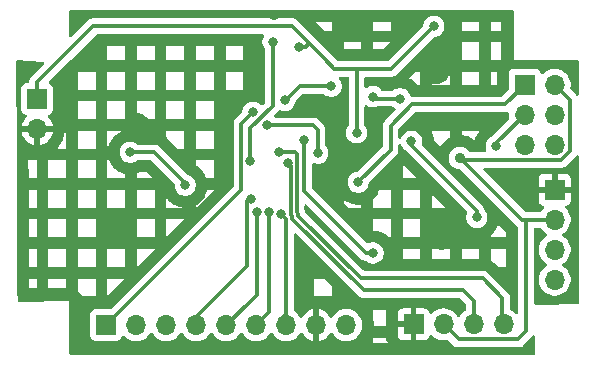
<source format=gbr>
%TF.GenerationSoftware,KiCad,Pcbnew,9.0.0*%
%TF.CreationDate,2025-05-30T17:35:02+05:30*%
%TF.ProjectId,MCU datalogger,4d435520-6461-4746-916c-6f676765722e,1*%
%TF.SameCoordinates,Original*%
%TF.FileFunction,Copper,L2,Bot*%
%TF.FilePolarity,Positive*%
%FSLAX46Y46*%
G04 Gerber Fmt 4.6, Leading zero omitted, Abs format (unit mm)*
G04 Created by KiCad (PCBNEW 9.0.0) date 2025-05-30 17:35:02*
%MOMM*%
%LPD*%
G01*
G04 APERTURE LIST*
%TA.AperFunction,ComponentPad*%
%ADD10R,1.700000X1.700000*%
%TD*%
%TA.AperFunction,ComponentPad*%
%ADD11O,1.700000X1.700000*%
%TD*%
%TA.AperFunction,ViaPad*%
%ADD12C,0.900000*%
%TD*%
%TA.AperFunction,ViaPad*%
%ADD13C,0.800000*%
%TD*%
%TA.AperFunction,Conductor*%
%ADD14C,0.300000*%
%TD*%
%TA.AperFunction,Conductor*%
%ADD15C,0.350000*%
%TD*%
G04 APERTURE END LIST*
D10*
%TO.P,J1,1,Pin_1*%
%TO.N,GND*%
X109601000Y-102235000D03*
D11*
%TO.P,J1,2,Pin_2*%
%TO.N,/Vcc*%
X109601000Y-104775000D03*
%TO.P,J1,3,Pin_3*%
%TO.N,/SDA*%
X109601000Y-107315000D03*
%TO.P,J1,4,Pin_4*%
%TO.N,/SCK*%
X109601000Y-109855000D03*
%TD*%
D10*
%TO.P,J4,1,Pin_1*%
%TO.N,/MISO*%
X107061000Y-93345000D03*
D11*
%TO.P,J4,2,Pin_2*%
%TO.N,/Vcc*%
X109601000Y-93345000D03*
%TO.P,J4,3,Pin_3*%
%TO.N,/SCK*%
X107061000Y-95885000D03*
%TO.P,J4,4,Pin_4*%
%TO.N,/MOSI*%
X109601000Y-95885000D03*
%TO.P,J4,5,Pin_5*%
%TO.N,/RESET*%
X107061000Y-98425000D03*
%TO.P,J4,6,Pin_6*%
%TO.N,GND*%
X109601000Y-98425000D03*
%TD*%
D10*
%TO.P,J2,1,Pin_1*%
%TO.N,GND*%
X97647600Y-113639600D03*
D11*
%TO.P,J2,2,Pin_2*%
%TO.N,/Vcc*%
X100187600Y-113639600D03*
%TO.P,J2,3,Pin_3*%
%TO.N,/RX*%
X102727600Y-113639600D03*
%TO.P,J2,4,Pin_4*%
%TO.N,/TX*%
X105267600Y-113639600D03*
%TD*%
D10*
%TO.P,J3,1,Pin_1*%
%TO.N,/D2*%
X71628000Y-113690400D03*
D11*
%TO.P,J3,2,Pin_2*%
%TO.N,/D3*%
X74168000Y-113690400D03*
%TO.P,J3,3,Pin_3*%
%TO.N,/D4*%
X76708000Y-113690400D03*
%TO.P,J3,4,Pin_4*%
%TO.N,/D5*%
X79248000Y-113690400D03*
%TO.P,J3,5,Pin_5*%
%TO.N,/D6*%
X81788000Y-113690400D03*
%TO.P,J3,6,Pin_6*%
%TO.N,/D7*%
X84328000Y-113690400D03*
%TO.P,J3,7,Pin_7*%
%TO.N,/D8*%
X86868000Y-113690400D03*
%TO.P,J3,8,Pin_8*%
%TO.N,GND*%
X89408000Y-113690400D03*
%TO.P,J3,9,Pin_9*%
%TO.N,/Vcc*%
X91948000Y-113690400D03*
%TD*%
D10*
%TO.P,BT1,1,+*%
%TO.N,/Vcc*%
X65786000Y-94564200D03*
D11*
%TO.P,BT1,2,-*%
%TO.N,GND*%
X65786000Y-97104200D03*
%TD*%
D12*
%TO.N,GND*%
X85844805Y-87458368D03*
D13*
%TO.N,/Vcc*%
X85217000Y-96774000D03*
X89535000Y-99149000D03*
X99364800Y-88392000D03*
X92837000Y-97409000D03*
X87985600Y-90119200D03*
%TO.N,/RESET*%
X96520000Y-94535000D03*
X86750000Y-94667880D03*
%TO.N,Net-(U4-AREF)*%
X88400000Y-98000000D03*
%TO.N,/TX*%
X86233000Y-99060000D03*
%TO.N,/RX*%
X86995000Y-99949000D03*
D12*
%TO.N,GND*%
X100010000Y-105984000D03*
X92862400Y-88341200D03*
X99466400Y-91998800D03*
X99364800Y-91084400D03*
X72263971Y-105350581D03*
D13*
X74168000Y-97028000D03*
D12*
%TO.N,/Vcc*%
X101600000Y-99568000D03*
D13*
%TO.N,Net-(U4-PB7)*%
X85750400Y-89712800D03*
X83845354Y-99782109D03*
%TO.N,Net-(U4-AREF)*%
X94234000Y-107594400D03*
%TO.N,/SCK*%
X73660000Y-99060000D03*
X78319097Y-101854000D03*
X104648000Y-98552000D03*
%TO.N,/SDA*%
X97476930Y-98144666D03*
X103009043Y-104587685D03*
%TO.N,/D2*%
X84048600Y-95681800D03*
%TO.N,/D5*%
X83858000Y-103002066D03*
%TO.N,/D6*%
X84366000Y-104137934D03*
%TO.N,/D7*%
X85415996Y-104141568D03*
%TO.N,/D8*%
X86456847Y-104279895D03*
%TO.N,/RESET*%
X94196000Y-94361000D03*
X90678000Y-93472000D03*
%TO.N,/MISO*%
X92964000Y-101600000D03*
D12*
%TO.N,GND*%
X89663998Y-94595830D03*
%TD*%
D14*
%TO.N,/SDA*%
X102979027Y-104557545D02*
X102979027Y-104557669D01*
X102979027Y-104557669D02*
X103009043Y-104587685D01*
X102968259Y-104513432D02*
X102969553Y-104514726D01*
X102969553Y-104548071D02*
X102979027Y-104557545D01*
X102968259Y-104496584D02*
X102968259Y-104513432D01*
X102969553Y-104514726D02*
X102969553Y-104548071D01*
X102986606Y-104451211D02*
X102975089Y-104462728D01*
X102986606Y-104002606D02*
X102986606Y-104451211D01*
X97476930Y-98492930D02*
X102986606Y-104002606D01*
X102975089Y-104462728D02*
X102975089Y-104489754D01*
X102975089Y-104489754D02*
X102968259Y-104496584D01*
X97476930Y-98144666D02*
X97476930Y-98492930D01*
D15*
%TO.N,GND*%
X91979568Y-87458368D02*
X85844805Y-87458368D01*
X92862400Y-88341200D02*
X91979568Y-87458368D01*
%TO.N,/Vcc*%
X110877000Y-94621000D02*
X109601000Y-93345000D01*
X110877000Y-98953537D02*
X110877000Y-94621000D01*
X110129537Y-99701000D02*
X110877000Y-98953537D01*
X101733000Y-99701000D02*
X110129537Y-99701000D01*
X101600000Y-99568000D02*
X101733000Y-99701000D01*
D14*
%TO.N,Net-(U4-AREF)*%
X88400000Y-102370821D02*
X93623579Y-107594400D01*
X88400000Y-98000000D02*
X88400000Y-102370821D01*
X93623579Y-107594400D02*
X94234000Y-107594400D01*
%TO.N,/RESET*%
X90678000Y-93472000D02*
X88011000Y-93472000D01*
X88011000Y-93472000D02*
X86815120Y-94667880D01*
X86815120Y-94667880D02*
X86750000Y-94667880D01*
%TO.N,/Vcc*%
X89145414Y-96774000D02*
X89535000Y-97163586D01*
X89535000Y-97163586D02*
X89535000Y-99149000D01*
X85217000Y-96774000D02*
X89145414Y-96774000D01*
D15*
X65786000Y-93141800D02*
X65786000Y-94564200D01*
X70535800Y-88392000D02*
X65786000Y-93141800D01*
X87376000Y-88392000D02*
X70535800Y-88392000D01*
X88823800Y-89839800D02*
X87376000Y-88392000D01*
D14*
%TO.N,/RX*%
X101828600Y-110744000D02*
X99822000Y-110744000D01*
X102727600Y-113639600D02*
X102727600Y-111643000D01*
X102727600Y-111643000D02*
X101828600Y-110744000D01*
%TO.N,/D6*%
X83778471Y-111712529D02*
X84366000Y-111125000D01*
%TO.N,/TX*%
X87630000Y-99060000D02*
X86233000Y-99060000D01*
X87868000Y-104276835D02*
X87756847Y-104165682D01*
X87868000Y-104432894D02*
X87868000Y-104276835D01*
X87756847Y-104165682D02*
X87756847Y-99186847D01*
X93163106Y-109728000D02*
X87868000Y-104432894D01*
X103492300Y-109728000D02*
X93163106Y-109728000D01*
X87756847Y-99186847D02*
X87630000Y-99060000D01*
X105156000Y-111391700D02*
X103492300Y-109728000D01*
X105156000Y-113284000D02*
X105156000Y-111391700D01*
D15*
%TO.N,/Vcc*%
X106496200Y-114915600D02*
X101463600Y-114915600D01*
X107188000Y-114223800D02*
X106496200Y-114915600D01*
X107188000Y-104775000D02*
X107188000Y-114223800D01*
X101463600Y-114915600D02*
X100187600Y-113639600D01*
D14*
%TO.N,/RX*%
X99822000Y-110744000D02*
X93432629Y-110744000D01*
%TO.N,/D8*%
X86868000Y-104691048D02*
X86456847Y-104279895D01*
X86868000Y-112776000D02*
X86868000Y-104691048D01*
X86487000Y-113157000D02*
X86868000Y-112776000D01*
%TO.N,/RX*%
X87256847Y-104372788D02*
X87256847Y-100210847D01*
X93432629Y-110744000D02*
X87368000Y-104679371D01*
X87368000Y-104679371D02*
X87368000Y-104483942D01*
X87256847Y-100210847D02*
X86995000Y-99949000D01*
X87368000Y-104483942D02*
X87256847Y-104372788D01*
%TO.N,/D7*%
X85415996Y-112602404D02*
X84328000Y-113690400D01*
X85415996Y-104141568D02*
X85415996Y-112602404D01*
%TO.N,/D6*%
X84366000Y-111074200D02*
X84366000Y-104137934D01*
X81800600Y-113690400D02*
X83778471Y-111712529D01*
X81788000Y-113690400D02*
X81800600Y-113690400D01*
%TO.N,/D5*%
X83758681Y-103002066D02*
X83858000Y-103002066D01*
X83566000Y-103194747D02*
X83758681Y-103002066D01*
X83566000Y-108712000D02*
X83566000Y-103194747D01*
X79248000Y-113690400D02*
X79248000Y-113030000D01*
X79248000Y-113030000D02*
X83566000Y-108712000D01*
%TO.N,/D2*%
X83058000Y-96672400D02*
X84048600Y-95681800D01*
X83058000Y-102260400D02*
X83058000Y-96672400D01*
X71704200Y-113614200D02*
X83058000Y-102260400D01*
%TO.N,/SCK*%
X78319097Y-101687097D02*
X78319097Y-101854000D01*
X73660000Y-99060000D02*
X75692000Y-99060000D01*
X75692000Y-99060000D02*
X78319097Y-101687097D01*
%TO.N,/Vcc*%
X87985600Y-90119200D02*
X88544400Y-90119200D01*
X88544400Y-90119200D02*
X88823800Y-89839800D01*
X90956004Y-92005686D02*
X92964000Y-92005686D01*
X90132800Y-91182482D02*
X90956004Y-92005686D01*
X88823800Y-89839800D02*
X90132800Y-91148800D01*
X90132800Y-91148800D02*
X90132800Y-91182482D01*
%TO.N,Net-(U4-PB7)*%
X85750400Y-95109229D02*
X85750400Y-89712800D01*
X83845354Y-97014275D02*
X85750400Y-95109229D01*
X83845354Y-99782109D02*
X83845354Y-97014275D01*
%TO.N,/Vcc*%
X95751114Y-92005686D02*
X99364800Y-88392000D01*
X92964000Y-92005686D02*
X95751114Y-92005686D01*
X92837000Y-92132686D02*
X92837000Y-97409000D01*
X92964000Y-92005686D02*
X92837000Y-92132686D01*
X65532000Y-94564200D02*
X65532000Y-94188200D01*
D15*
X109220000Y-105156000D02*
X109601000Y-104775000D01*
X107188000Y-104775000D02*
X106807000Y-104775000D01*
X106807000Y-104775000D02*
X101600000Y-99568000D01*
X109601000Y-104775000D02*
X107188000Y-104775000D01*
D14*
%TO.N,/SCK*%
X104648000Y-98298000D02*
X104648000Y-98552000D01*
X107061000Y-95885000D02*
X104648000Y-98298000D01*
%TO.N,/D8*%
X86409040Y-104279895D02*
X86456847Y-104279895D01*
X86868000Y-113690400D02*
X86741000Y-113563400D01*
%TO.N,/MISO*%
X92964000Y-101600000D02*
X95720000Y-98844000D01*
X97536000Y-94996000D02*
X105410000Y-94996000D01*
X95720000Y-98844000D02*
X95720000Y-96812000D01*
X95720000Y-96812000D02*
X97536000Y-94996000D01*
X105410000Y-94996000D02*
X107061000Y-93345000D01*
%TO.N,/RESET*%
X94196000Y-94361000D02*
X94370000Y-94535000D01*
X94370000Y-94535000D02*
X96520000Y-94535000D01*
%TD*%
%TA.AperFunction,Conductor*%
%TO.N,GND*%
G36*
X84933604Y-89087185D02*
G01*
X84979359Y-89139989D01*
X84989303Y-89209147D01*
X84969667Y-89260391D01*
X84952390Y-89286247D01*
X84952383Y-89286259D01*
X84884506Y-89450132D01*
X84884503Y-89450141D01*
X84849900Y-89624104D01*
X84849900Y-89801495D01*
X84884503Y-89975458D01*
X84884506Y-89975467D01*
X84952383Y-90139340D01*
X84952390Y-90139353D01*
X85050934Y-90286833D01*
X85050935Y-90286834D01*
X85050936Y-90286835D01*
X85063580Y-90299479D01*
X85097065Y-90360799D01*
X85099900Y-90387161D01*
X85099900Y-94788420D01*
X85080215Y-94855459D01*
X85063581Y-94876101D01*
X84877672Y-95062010D01*
X84816349Y-95095495D01*
X84746657Y-95090511D01*
X84702310Y-95062010D01*
X84622638Y-94982338D01*
X84622634Y-94982335D01*
X84475153Y-94883790D01*
X84475140Y-94883783D01*
X84311267Y-94815906D01*
X84311258Y-94815903D01*
X84137294Y-94781300D01*
X84137291Y-94781300D01*
X83959909Y-94781300D01*
X83959906Y-94781300D01*
X83785941Y-94815903D01*
X83785932Y-94815906D01*
X83622059Y-94883783D01*
X83622046Y-94883790D01*
X83474565Y-94982335D01*
X83474561Y-94982338D01*
X83349138Y-95107761D01*
X83349135Y-95107765D01*
X83250590Y-95255246D01*
X83250583Y-95255259D01*
X83182706Y-95419132D01*
X83182703Y-95419141D01*
X83148100Y-95593104D01*
X83148100Y-95610991D01*
X83128415Y-95678030D01*
X83111781Y-95698672D01*
X82552727Y-96257725D01*
X82552721Y-96257732D01*
X82492775Y-96347448D01*
X82492776Y-96347449D01*
X82481534Y-96364274D01*
X82432499Y-96482655D01*
X82432497Y-96482661D01*
X82407500Y-96608328D01*
X82407500Y-101939591D01*
X82387815Y-102006630D01*
X82371181Y-102027272D01*
X72094871Y-112303581D01*
X72033548Y-112337066D01*
X72007190Y-112339900D01*
X70730129Y-112339900D01*
X70730123Y-112339901D01*
X70670516Y-112346308D01*
X70535671Y-112396602D01*
X70535664Y-112396606D01*
X70420455Y-112482852D01*
X70420452Y-112482855D01*
X70334206Y-112598064D01*
X70334202Y-112598071D01*
X70283908Y-112732917D01*
X70277501Y-112792516D01*
X70277500Y-112792535D01*
X70277500Y-114588270D01*
X70277501Y-114588276D01*
X70283908Y-114647883D01*
X70334202Y-114782728D01*
X70334206Y-114782735D01*
X70420452Y-114897944D01*
X70420455Y-114897947D01*
X70535664Y-114984193D01*
X70535671Y-114984197D01*
X70670517Y-115034491D01*
X70670516Y-115034491D01*
X70677444Y-115035235D01*
X70730127Y-115040900D01*
X72525872Y-115040899D01*
X72585483Y-115034491D01*
X72720331Y-114984196D01*
X72835546Y-114897946D01*
X72921796Y-114782731D01*
X72970810Y-114651316D01*
X73012681Y-114595384D01*
X73078145Y-114570966D01*
X73146418Y-114585817D01*
X73174673Y-114606969D01*
X73288213Y-114720509D01*
X73460179Y-114845448D01*
X73460181Y-114845449D01*
X73460184Y-114845451D01*
X73649588Y-114941957D01*
X73851757Y-115007646D01*
X74061713Y-115040900D01*
X74061714Y-115040900D01*
X74274286Y-115040900D01*
X74274287Y-115040900D01*
X74484243Y-115007646D01*
X74686412Y-114941957D01*
X74875816Y-114845451D01*
X74962138Y-114782735D01*
X75047786Y-114720509D01*
X75047788Y-114720506D01*
X75047792Y-114720504D01*
X75198104Y-114570192D01*
X75198106Y-114570188D01*
X75198109Y-114570186D01*
X75323048Y-114398220D01*
X75323047Y-114398220D01*
X75323051Y-114398216D01*
X75327514Y-114389454D01*
X75375488Y-114338659D01*
X75443308Y-114321863D01*
X75509444Y-114344399D01*
X75548486Y-114389456D01*
X75552951Y-114398220D01*
X75677890Y-114570186D01*
X75828213Y-114720509D01*
X76000179Y-114845448D01*
X76000181Y-114845449D01*
X76000184Y-114845451D01*
X76189588Y-114941957D01*
X76391757Y-115007646D01*
X76601713Y-115040900D01*
X76601714Y-115040900D01*
X76814286Y-115040900D01*
X76814287Y-115040900D01*
X77024243Y-115007646D01*
X77226412Y-114941957D01*
X77415816Y-114845451D01*
X77502138Y-114782735D01*
X77587786Y-114720509D01*
X77587788Y-114720506D01*
X77587792Y-114720504D01*
X77738104Y-114570192D01*
X77738106Y-114570188D01*
X77738109Y-114570186D01*
X77863048Y-114398220D01*
X77863047Y-114398220D01*
X77863051Y-114398216D01*
X77867514Y-114389454D01*
X77915488Y-114338659D01*
X77983308Y-114321863D01*
X78049444Y-114344399D01*
X78088486Y-114389456D01*
X78092951Y-114398220D01*
X78217890Y-114570186D01*
X78368213Y-114720509D01*
X78540179Y-114845448D01*
X78540181Y-114845449D01*
X78540184Y-114845451D01*
X78729588Y-114941957D01*
X78931757Y-115007646D01*
X79141713Y-115040900D01*
X79141714Y-115040900D01*
X79354286Y-115040900D01*
X79354287Y-115040900D01*
X79564243Y-115007646D01*
X79766412Y-114941957D01*
X79955816Y-114845451D01*
X80042138Y-114782735D01*
X80127786Y-114720509D01*
X80127788Y-114720506D01*
X80127792Y-114720504D01*
X80278104Y-114570192D01*
X80278106Y-114570188D01*
X80278109Y-114570186D01*
X80403048Y-114398220D01*
X80403047Y-114398220D01*
X80403051Y-114398216D01*
X80407514Y-114389454D01*
X80455488Y-114338659D01*
X80523308Y-114321863D01*
X80589444Y-114344399D01*
X80628486Y-114389456D01*
X80632951Y-114398220D01*
X80757890Y-114570186D01*
X80908213Y-114720509D01*
X81080179Y-114845448D01*
X81080181Y-114845449D01*
X81080184Y-114845451D01*
X81269588Y-114941957D01*
X81471757Y-115007646D01*
X81681713Y-115040900D01*
X81681714Y-115040900D01*
X81894286Y-115040900D01*
X81894287Y-115040900D01*
X82104243Y-115007646D01*
X82306412Y-114941957D01*
X82495816Y-114845451D01*
X82582138Y-114782735D01*
X82667786Y-114720509D01*
X82667788Y-114720506D01*
X82667792Y-114720504D01*
X82818104Y-114570192D01*
X82818106Y-114570188D01*
X82818109Y-114570186D01*
X82943048Y-114398220D01*
X82943047Y-114398220D01*
X82943051Y-114398216D01*
X82947514Y-114389454D01*
X82995488Y-114338659D01*
X83063308Y-114321863D01*
X83129444Y-114344399D01*
X83168486Y-114389456D01*
X83172951Y-114398220D01*
X83297890Y-114570186D01*
X83448213Y-114720509D01*
X83620179Y-114845448D01*
X83620181Y-114845449D01*
X83620184Y-114845451D01*
X83809588Y-114941957D01*
X84011757Y-115007646D01*
X84221713Y-115040900D01*
X84221714Y-115040900D01*
X84434286Y-115040900D01*
X84434287Y-115040900D01*
X84644243Y-115007646D01*
X84846412Y-114941957D01*
X85035816Y-114845451D01*
X85122138Y-114782735D01*
X85207786Y-114720509D01*
X85207788Y-114720506D01*
X85207792Y-114720504D01*
X85358104Y-114570192D01*
X85358106Y-114570188D01*
X85358109Y-114570186D01*
X85483048Y-114398220D01*
X85483047Y-114398220D01*
X85483051Y-114398216D01*
X85487514Y-114389454D01*
X85535488Y-114338659D01*
X85603308Y-114321863D01*
X85669444Y-114344399D01*
X85708486Y-114389456D01*
X85712951Y-114398220D01*
X85837890Y-114570186D01*
X85988213Y-114720509D01*
X86160179Y-114845448D01*
X86160181Y-114845449D01*
X86160184Y-114845451D01*
X86349588Y-114941957D01*
X86551757Y-115007646D01*
X86761713Y-115040900D01*
X86761714Y-115040900D01*
X86974286Y-115040900D01*
X86974287Y-115040900D01*
X87184243Y-115007646D01*
X87386412Y-114941957D01*
X87575816Y-114845451D01*
X87662138Y-114782735D01*
X87747786Y-114720509D01*
X87747788Y-114720506D01*
X87747792Y-114720504D01*
X87898104Y-114570192D01*
X87898106Y-114570188D01*
X87898109Y-114570186D01*
X87965515Y-114477407D01*
X88023051Y-114398216D01*
X88027793Y-114388908D01*
X88075763Y-114338111D01*
X88143583Y-114321311D01*
X88209719Y-114343845D01*
X88248763Y-114388900D01*
X88253377Y-114397955D01*
X88378272Y-114569859D01*
X88378276Y-114569864D01*
X88528535Y-114720123D01*
X88528540Y-114720127D01*
X88700442Y-114845020D01*
X88889782Y-114941495D01*
X89091871Y-115007157D01*
X89158000Y-115017631D01*
X89158000Y-114123412D01*
X89215007Y-114156325D01*
X89342174Y-114190400D01*
X89473826Y-114190400D01*
X89600993Y-114156325D01*
X89658000Y-114123412D01*
X89658000Y-115017630D01*
X89724126Y-115007157D01*
X89724129Y-115007157D01*
X89926217Y-114941495D01*
X90115557Y-114845020D01*
X90287459Y-114720127D01*
X90287464Y-114720123D01*
X90437723Y-114569864D01*
X90437727Y-114569859D01*
X90562620Y-114397958D01*
X90567232Y-114388907D01*
X90615205Y-114338109D01*
X90683025Y-114321312D01*
X90749161Y-114343847D01*
X90788204Y-114388904D01*
X90792949Y-114398217D01*
X90917890Y-114570186D01*
X91068213Y-114720509D01*
X91240179Y-114845448D01*
X91240181Y-114845449D01*
X91240184Y-114845451D01*
X91429588Y-114941957D01*
X91631757Y-115007646D01*
X91841713Y-115040900D01*
X91841714Y-115040900D01*
X92054286Y-115040900D01*
X92054287Y-115040900D01*
X92264243Y-115007646D01*
X92466412Y-114941957D01*
X92655816Y-114845451D01*
X92742138Y-114782735D01*
X92827786Y-114720509D01*
X92827788Y-114720506D01*
X92827792Y-114720504D01*
X92978104Y-114570192D01*
X92978106Y-114570188D01*
X92978109Y-114570186D01*
X93103048Y-114398220D01*
X93103047Y-114398220D01*
X93103051Y-114398216D01*
X93199557Y-114208812D01*
X93265246Y-114006643D01*
X93298500Y-113796687D01*
X93298500Y-113584113D01*
X93265246Y-113374157D01*
X93199557Y-113171988D01*
X93176043Y-113125839D01*
X94231987Y-113125839D01*
X94240242Y-113160217D01*
X94241287Y-113164977D01*
X94247036Y-113193877D01*
X94247892Y-113198672D01*
X94287277Y-113447341D01*
X94287944Y-113452164D01*
X94291404Y-113481397D01*
X94291881Y-113486235D01*
X94294959Y-113525314D01*
X94295246Y-113530179D01*
X94296404Y-113559631D01*
X94296500Y-113564503D01*
X94296500Y-113758868D01*
X95299600Y-113758868D01*
X95299600Y-113689054D01*
X95309039Y-113641602D01*
X95309868Y-113639600D01*
X95309039Y-113637598D01*
X95299600Y-113590146D01*
X95299600Y-112728423D01*
X95299644Y-112725109D01*
X95300180Y-112705061D01*
X95300313Y-112701745D01*
X95301742Y-112675058D01*
X95301964Y-112671744D01*
X95303577Y-112651695D01*
X95303889Y-112648383D01*
X95315055Y-112544531D01*
X95316122Y-112536862D01*
X95324028Y-112490684D01*
X95325572Y-112483099D01*
X95339915Y-112422388D01*
X95341932Y-112414905D01*
X95348728Y-112392500D01*
X94231987Y-112392500D01*
X94231987Y-113125839D01*
X93176043Y-113125839D01*
X93103051Y-112982584D01*
X93103049Y-112982581D01*
X93103048Y-112982579D01*
X92978109Y-112810613D01*
X92827786Y-112660290D01*
X92655820Y-112535351D01*
X92466414Y-112438844D01*
X92466413Y-112438843D01*
X92466412Y-112438843D01*
X92264243Y-112373154D01*
X92264241Y-112373153D01*
X92264240Y-112373153D01*
X92102957Y-112347608D01*
X92054287Y-112339900D01*
X91841713Y-112339900D01*
X91793042Y-112347608D01*
X91631760Y-112373153D01*
X91553806Y-112398482D01*
X91447636Y-112432979D01*
X91429585Y-112438844D01*
X91240179Y-112535351D01*
X91068213Y-112660290D01*
X90917890Y-112810613D01*
X90792949Y-112982582D01*
X90788202Y-112991899D01*
X90740227Y-113042693D01*
X90672405Y-113059487D01*
X90606271Y-113036948D01*
X90567234Y-112991895D01*
X90562622Y-112982844D01*
X90437727Y-112810940D01*
X90437723Y-112810935D01*
X90287464Y-112660676D01*
X90287459Y-112660672D01*
X90115557Y-112535779D01*
X89926215Y-112439303D01*
X89724124Y-112373641D01*
X89658000Y-112363168D01*
X89658000Y-113257388D01*
X89600993Y-113224475D01*
X89473826Y-113190400D01*
X89342174Y-113190400D01*
X89215007Y-113224475D01*
X89158000Y-113257388D01*
X89158000Y-112363168D01*
X89157999Y-112363168D01*
X89091875Y-112373641D01*
X88889784Y-112439303D01*
X88700442Y-112535779D01*
X88528540Y-112660672D01*
X88528535Y-112660676D01*
X88378276Y-112810935D01*
X88378272Y-112810940D01*
X88253378Y-112982843D01*
X88248762Y-112991902D01*
X88200784Y-113042695D01*
X88132963Y-113059487D01*
X88066829Y-113036946D01*
X88027794Y-112991893D01*
X88023051Y-112982584D01*
X88023049Y-112982581D01*
X88023048Y-112982579D01*
X87898109Y-112810613D01*
X87747786Y-112660290D01*
X87571875Y-112532485D01*
X87572851Y-112531140D01*
X87530834Y-112484695D01*
X87518500Y-112430782D01*
X87518500Y-111258868D01*
X89231987Y-111258868D01*
X90733987Y-111258868D01*
X90733987Y-110376688D01*
X90114167Y-109756868D01*
X89231987Y-109756868D01*
X89231987Y-111258868D01*
X87518500Y-111258868D01*
X87518500Y-106049179D01*
X87538185Y-105982140D01*
X87590989Y-105936385D01*
X87660147Y-105926441D01*
X87723703Y-105955466D01*
X87730181Y-105961498D01*
X93017954Y-111249272D01*
X93017961Y-111249278D01*
X93124492Y-111320459D01*
X93124496Y-111320461D01*
X93124503Y-111320466D01*
X93170357Y-111339459D01*
X93242885Y-111369501D01*
X93242889Y-111369501D01*
X93242890Y-111369502D01*
X93368557Y-111394500D01*
X93368560Y-111394500D01*
X93496698Y-111394500D01*
X99757931Y-111394500D01*
X101507792Y-111394500D01*
X101574831Y-111414185D01*
X101595473Y-111430819D01*
X102040781Y-111876127D01*
X102074266Y-111937450D01*
X102077100Y-111963808D01*
X102077100Y-112379982D01*
X102057415Y-112447021D01*
X102023008Y-112480699D01*
X102023725Y-112481685D01*
X101847813Y-112609490D01*
X101697490Y-112759813D01*
X101572549Y-112931782D01*
X101568084Y-112940546D01*
X101520109Y-112991342D01*
X101452288Y-113008136D01*
X101386153Y-112985598D01*
X101347116Y-112940546D01*
X101342650Y-112931782D01*
X101217709Y-112759813D01*
X101067386Y-112609490D01*
X100895420Y-112484551D01*
X100706014Y-112388044D01*
X100706013Y-112388043D01*
X100706012Y-112388043D01*
X100503843Y-112322354D01*
X100503841Y-112322353D01*
X100503840Y-112322353D01*
X100342557Y-112296808D01*
X100293887Y-112289100D01*
X100081313Y-112289100D01*
X100032642Y-112296808D01*
X99871360Y-112322353D01*
X99797631Y-112346309D01*
X99715015Y-112373153D01*
X99669185Y-112388044D01*
X99479779Y-112484551D01*
X99307815Y-112609489D01*
X99193885Y-112723419D01*
X99132562Y-112756903D01*
X99062870Y-112751919D01*
X99006937Y-112710047D01*
X98990022Y-112679070D01*
X98940954Y-112547513D01*
X98940950Y-112547506D01*
X98854790Y-112432412D01*
X98854787Y-112432409D01*
X98739693Y-112346249D01*
X98739686Y-112346245D01*
X98604979Y-112296003D01*
X98604972Y-112296001D01*
X98545444Y-112289600D01*
X97897600Y-112289600D01*
X97897600Y-113206588D01*
X97840593Y-113173675D01*
X97713426Y-113139600D01*
X97581774Y-113139600D01*
X97454607Y-113173675D01*
X97397600Y-113206588D01*
X97397600Y-112289600D01*
X96749755Y-112289600D01*
X96690227Y-112296001D01*
X96690220Y-112296003D01*
X96555513Y-112346245D01*
X96555506Y-112346249D01*
X96440412Y-112432409D01*
X96440409Y-112432412D01*
X96354249Y-112547506D01*
X96354245Y-112547513D01*
X96304003Y-112682220D01*
X96304001Y-112682227D01*
X96297600Y-112741755D01*
X96297600Y-113389600D01*
X97214588Y-113389600D01*
X97181675Y-113446607D01*
X97147600Y-113573774D01*
X97147600Y-113705426D01*
X97181675Y-113832593D01*
X97214588Y-113889600D01*
X96297600Y-113889600D01*
X96297600Y-114537444D01*
X96304001Y-114596972D01*
X96304003Y-114596979D01*
X96354245Y-114731686D01*
X96354249Y-114731693D01*
X96440409Y-114846787D01*
X96440412Y-114846790D01*
X96555506Y-114932950D01*
X96555513Y-114932954D01*
X96690220Y-114983196D01*
X96690227Y-114983198D01*
X96749755Y-114989599D01*
X96749772Y-114989600D01*
X97397600Y-114989600D01*
X97397600Y-114072612D01*
X97454607Y-114105525D01*
X97581774Y-114139600D01*
X97713426Y-114139600D01*
X97840593Y-114105525D01*
X97897600Y-114072612D01*
X97897600Y-114989600D01*
X98545428Y-114989600D01*
X98545444Y-114989599D01*
X98604972Y-114983198D01*
X98604979Y-114983196D01*
X98739686Y-114932954D01*
X98739693Y-114932950D01*
X98854787Y-114846790D01*
X98854790Y-114846787D01*
X98940950Y-114731693D01*
X98940954Y-114731686D01*
X98990022Y-114600129D01*
X99031893Y-114544195D01*
X99097357Y-114519778D01*
X99165630Y-114534630D01*
X99193885Y-114555781D01*
X99307813Y-114669709D01*
X99479779Y-114794648D01*
X99479781Y-114794649D01*
X99479784Y-114794651D01*
X99669188Y-114891157D01*
X99871357Y-114956846D01*
X100081313Y-114990100D01*
X100081314Y-114990100D01*
X100293886Y-114990100D01*
X100293887Y-114990100D01*
X100480892Y-114960481D01*
X100550185Y-114969436D01*
X100587971Y-114995273D01*
X101032988Y-115440291D01*
X101032995Y-115440297D01*
X101099315Y-115484610D01*
X101099316Y-115484610D01*
X101143631Y-115514220D01*
X101179637Y-115529134D01*
X101266564Y-115565141D01*
X101397064Y-115591099D01*
X101397068Y-115591100D01*
X101397069Y-115591100D01*
X106562732Y-115591100D01*
X106562733Y-115591099D01*
X106693236Y-115565141D01*
X106816169Y-115514220D01*
X106926806Y-115440295D01*
X107712695Y-114654406D01*
X107738624Y-114615599D01*
X107792235Y-114570794D01*
X107861560Y-114562085D01*
X107924588Y-114592239D01*
X107961308Y-114651681D01*
X107965725Y-114683772D01*
X107973711Y-116065178D01*
X107954414Y-116132330D01*
X107901876Y-116178390D01*
X107849713Y-116189895D01*
X68627800Y-116189895D01*
X68560761Y-116170210D01*
X68515006Y-116117406D01*
X68503800Y-116065895D01*
X68503800Y-115191895D01*
X94231987Y-115191895D01*
X95468448Y-115191895D01*
X95461238Y-115178691D01*
X95457277Y-115170777D01*
X95435019Y-115122041D01*
X95431630Y-115113861D01*
X95358021Y-114916504D01*
X95355542Y-114909164D01*
X95341932Y-114864295D01*
X95339915Y-114856812D01*
X95325572Y-114796101D01*
X95324028Y-114788516D01*
X95318610Y-114756868D01*
X94231987Y-114756868D01*
X94231987Y-115191895D01*
X68503800Y-115191895D01*
X68503800Y-111651793D01*
X64246087Y-111736947D01*
X64178668Y-111718607D01*
X64131866Y-111666729D01*
X64119610Y-111613708D01*
X64114728Y-110791644D01*
X69231987Y-110791644D01*
X69590600Y-111143157D01*
X69624697Y-111204143D01*
X69627800Y-111231711D01*
X69627800Y-111258868D01*
X70733987Y-111258868D01*
X70733987Y-111255080D01*
X71731987Y-111255080D01*
X73230199Y-109756868D01*
X71731987Y-109756868D01*
X71731987Y-111255080D01*
X70733987Y-111255080D01*
X70733987Y-109756868D01*
X69231987Y-109756868D01*
X69231987Y-110791644D01*
X64114728Y-110791644D01*
X64108582Y-109756868D01*
X65106600Y-109756868D01*
X65111579Y-110595413D01*
X65733987Y-110582965D01*
X65733987Y-110563005D01*
X66731987Y-110563005D01*
X68233987Y-110532965D01*
X68233987Y-109756868D01*
X66731987Y-109756868D01*
X66731987Y-110563005D01*
X65733987Y-110563005D01*
X65733987Y-109756868D01*
X65106600Y-109756868D01*
X64108582Y-109756868D01*
X64093734Y-107256868D01*
X65091752Y-107256868D01*
X65100672Y-108758868D01*
X65733987Y-108758868D01*
X66731987Y-108758868D01*
X68233987Y-108758868D01*
X69231987Y-108758868D01*
X70733987Y-108758868D01*
X71731987Y-108758868D01*
X73233987Y-108758868D01*
X73233987Y-108755080D01*
X74231987Y-108755080D01*
X75730199Y-107256868D01*
X74231987Y-107256868D01*
X74231987Y-108755080D01*
X73233987Y-108755080D01*
X73233987Y-107256868D01*
X71731987Y-107256868D01*
X71731987Y-108758868D01*
X70733987Y-108758868D01*
X70733987Y-107256868D01*
X69231987Y-107256868D01*
X69231987Y-108758868D01*
X68233987Y-108758868D01*
X68233987Y-107256868D01*
X66731987Y-107256868D01*
X66731987Y-108758868D01*
X65733987Y-108758868D01*
X65733987Y-107256868D01*
X65091752Y-107256868D01*
X64093734Y-107256868D01*
X64078886Y-104756868D01*
X65076904Y-104756868D01*
X65085824Y-106258868D01*
X65733987Y-106258868D01*
X66731987Y-106258868D01*
X68233987Y-106258868D01*
X69231987Y-106258868D01*
X70733987Y-106258868D01*
X74231987Y-106258868D01*
X75733987Y-106258868D01*
X75733987Y-106255080D01*
X76731987Y-106255080D01*
X78230199Y-104756868D01*
X76731987Y-104756868D01*
X76731987Y-106255080D01*
X75733987Y-106255080D01*
X75733987Y-104756868D01*
X74231987Y-104756868D01*
X74231987Y-106258868D01*
X70733987Y-106258868D01*
X70733987Y-104756868D01*
X69231987Y-104756868D01*
X69231987Y-106258868D01*
X68233987Y-106258868D01*
X68233987Y-104756868D01*
X66731987Y-104756868D01*
X66731987Y-106258868D01*
X65733987Y-106258868D01*
X65733987Y-104756868D01*
X65076904Y-104756868D01*
X64078886Y-104756868D01*
X64064038Y-102256868D01*
X65062056Y-102256868D01*
X65070976Y-103758868D01*
X65733987Y-103758868D01*
X66731987Y-103758868D01*
X68233987Y-103758868D01*
X69231987Y-103758868D01*
X70733987Y-103758868D01*
X71731987Y-103758868D01*
X73233987Y-103758868D01*
X74231987Y-103758868D01*
X75733987Y-103758868D01*
X76731987Y-103758868D01*
X78233987Y-103758868D01*
X78233987Y-103752500D01*
X78205906Y-103752500D01*
X78199823Y-103752351D01*
X78163051Y-103750545D01*
X78156981Y-103750097D01*
X78108209Y-103745294D01*
X78102168Y-103744549D01*
X78065737Y-103739145D01*
X78059740Y-103738104D01*
X77837689Y-103693935D01*
X77831748Y-103692601D01*
X77796013Y-103683649D01*
X77790145Y-103682025D01*
X77743252Y-103667798D01*
X77737477Y-103665890D01*
X77702825Y-103653491D01*
X77697148Y-103651301D01*
X77488002Y-103564671D01*
X77482441Y-103562206D01*
X77449159Y-103546466D01*
X77443720Y-103543729D01*
X77406206Y-103523678D01*
X79231987Y-103523678D01*
X79231987Y-103755080D01*
X80730199Y-102256868D01*
X80174655Y-102256868D01*
X80159032Y-102335408D01*
X80157698Y-102341349D01*
X80148746Y-102377084D01*
X80147122Y-102382952D01*
X80132895Y-102429845D01*
X80130987Y-102435620D01*
X80118588Y-102470272D01*
X80116398Y-102475949D01*
X80029768Y-102685095D01*
X80027303Y-102690656D01*
X80011563Y-102723938D01*
X80008826Y-102729377D01*
X79985724Y-102772599D01*
X79982724Y-102777894D01*
X79963788Y-102809488D01*
X79960531Y-102814632D01*
X79834754Y-103002869D01*
X79831250Y-103007845D01*
X79809318Y-103037417D01*
X79805573Y-103042215D01*
X79774484Y-103080097D01*
X79770510Y-103084704D01*
X79745779Y-103111991D01*
X79741581Y-103116400D01*
X79581497Y-103276484D01*
X79577088Y-103280682D01*
X79549801Y-103305413D01*
X79545194Y-103309387D01*
X79507312Y-103340476D01*
X79502514Y-103344221D01*
X79472942Y-103366153D01*
X79467966Y-103369657D01*
X79279729Y-103495434D01*
X79274585Y-103498691D01*
X79242991Y-103517627D01*
X79237696Y-103520627D01*
X79231987Y-103523678D01*
X77406206Y-103523678D01*
X77400498Y-103520627D01*
X77395203Y-103517627D01*
X77363609Y-103498691D01*
X77358465Y-103495434D01*
X77170228Y-103369657D01*
X77165252Y-103366153D01*
X77135680Y-103344221D01*
X77130882Y-103340476D01*
X77093000Y-103309387D01*
X77088393Y-103305413D01*
X77061106Y-103280682D01*
X77056697Y-103276484D01*
X76896613Y-103116400D01*
X76892415Y-103111991D01*
X76867684Y-103084704D01*
X76863710Y-103080097D01*
X76832621Y-103042215D01*
X76828876Y-103037417D01*
X76806944Y-103007845D01*
X76803440Y-103002869D01*
X76731987Y-102895932D01*
X76731987Y-103758868D01*
X75733987Y-103758868D01*
X75733987Y-102256868D01*
X74231987Y-102256868D01*
X74231987Y-103758868D01*
X73233987Y-103758868D01*
X73233987Y-102256868D01*
X71731987Y-102256868D01*
X71731987Y-103758868D01*
X70733987Y-103758868D01*
X70733987Y-102256868D01*
X69231987Y-102256868D01*
X69231987Y-103758868D01*
X68233987Y-103758868D01*
X68233987Y-102256868D01*
X66731987Y-102256868D01*
X66731987Y-103758868D01*
X65733987Y-103758868D01*
X65733987Y-102256868D01*
X65062056Y-102256868D01*
X64064038Y-102256868D01*
X64049190Y-99756868D01*
X65047208Y-99756868D01*
X65056128Y-101258868D01*
X65733987Y-101258868D01*
X66731987Y-101258868D01*
X68233987Y-101258868D01*
X69231987Y-101258868D01*
X70733987Y-101258868D01*
X71731987Y-101258868D01*
X73233987Y-101258868D01*
X73233987Y-100910953D01*
X73178592Y-100899935D01*
X73172651Y-100898601D01*
X73136916Y-100889649D01*
X73131048Y-100888025D01*
X73088011Y-100874968D01*
X74231987Y-100874968D01*
X74231987Y-101258868D01*
X75559539Y-101258868D01*
X75009170Y-100708500D01*
X74609133Y-100708500D01*
X74583894Y-100723627D01*
X74578599Y-100726627D01*
X74535377Y-100749729D01*
X74529938Y-100752466D01*
X74496656Y-100768206D01*
X74491095Y-100770671D01*
X74281949Y-100857301D01*
X74276272Y-100859491D01*
X74241620Y-100871890D01*
X74235845Y-100873798D01*
X74231987Y-100874968D01*
X73088011Y-100874968D01*
X73084155Y-100873798D01*
X73078380Y-100871890D01*
X73043728Y-100859491D01*
X73038051Y-100857301D01*
X72828905Y-100770671D01*
X72823344Y-100768206D01*
X72790062Y-100752466D01*
X72784623Y-100749729D01*
X72741401Y-100726627D01*
X72736106Y-100723627D01*
X72704512Y-100704691D01*
X72699368Y-100701434D01*
X72511131Y-100575657D01*
X72506155Y-100572153D01*
X72476583Y-100550221D01*
X72471785Y-100546476D01*
X72433903Y-100515387D01*
X72429296Y-100511413D01*
X72402009Y-100486682D01*
X72397600Y-100482484D01*
X72237516Y-100322400D01*
X72233318Y-100317991D01*
X72208587Y-100290704D01*
X72204613Y-100286097D01*
X72173524Y-100248215D01*
X72169779Y-100243417D01*
X72147847Y-100213845D01*
X72144343Y-100208869D01*
X72018566Y-100020632D01*
X72015309Y-100015488D01*
X71996373Y-99983894D01*
X71993373Y-99978599D01*
X71970271Y-99935377D01*
X71967534Y-99929938D01*
X71951794Y-99896656D01*
X71949329Y-99891095D01*
X71893731Y-99756868D01*
X71731987Y-99756868D01*
X71731987Y-101258868D01*
X70733987Y-101258868D01*
X70733987Y-99756868D01*
X69231987Y-99756868D01*
X69231987Y-101258868D01*
X68233987Y-101258868D01*
X68233987Y-99756868D01*
X66731987Y-99756868D01*
X66731987Y-101258868D01*
X65733987Y-101258868D01*
X65733987Y-99756868D01*
X65047208Y-99756868D01*
X64049190Y-99756868D01*
X64044525Y-98971304D01*
X72759500Y-98971304D01*
X72759500Y-99148695D01*
X72794103Y-99322658D01*
X72794106Y-99322667D01*
X72861983Y-99486540D01*
X72861990Y-99486553D01*
X72960535Y-99634034D01*
X72960538Y-99634038D01*
X73085961Y-99759461D01*
X73085965Y-99759464D01*
X73233446Y-99858009D01*
X73233459Y-99858016D01*
X73326746Y-99896656D01*
X73397334Y-99925894D01*
X73397336Y-99925894D01*
X73397341Y-99925896D01*
X73571304Y-99960499D01*
X73571307Y-99960500D01*
X73571309Y-99960500D01*
X73748693Y-99960500D01*
X73748694Y-99960499D01*
X73816494Y-99947013D01*
X73922658Y-99925896D01*
X73922661Y-99925894D01*
X73922666Y-99925894D01*
X74086547Y-99858013D01*
X74234035Y-99759464D01*
X74236631Y-99756868D01*
X74246681Y-99746819D01*
X74308004Y-99713334D01*
X74334362Y-99710500D01*
X75371192Y-99710500D01*
X75438231Y-99730185D01*
X75458873Y-99746819D01*
X77382395Y-101670340D01*
X77415880Y-101731663D01*
X77417490Y-101759217D01*
X77418597Y-101759217D01*
X77418597Y-101942695D01*
X77453200Y-102116658D01*
X77453203Y-102116667D01*
X77521080Y-102280540D01*
X77521087Y-102280553D01*
X77619632Y-102428034D01*
X77619635Y-102428038D01*
X77745058Y-102553461D01*
X77745062Y-102553464D01*
X77892543Y-102652009D01*
X77892556Y-102652016D01*
X77985843Y-102690656D01*
X78056431Y-102719894D01*
X78056433Y-102719894D01*
X78056438Y-102719896D01*
X78230401Y-102754499D01*
X78230404Y-102754500D01*
X78230406Y-102754500D01*
X78407790Y-102754500D01*
X78407791Y-102754499D01*
X78483665Y-102739407D01*
X78581755Y-102719896D01*
X78581758Y-102719894D01*
X78581763Y-102719894D01*
X78745644Y-102652013D01*
X78893132Y-102553464D01*
X79018561Y-102428035D01*
X79117110Y-102280547D01*
X79184991Y-102116666D01*
X79219597Y-101942691D01*
X79219597Y-101765309D01*
X79219597Y-101765306D01*
X79219596Y-101765304D01*
X79184993Y-101591341D01*
X79184990Y-101591332D01*
X79181591Y-101583127D01*
X79151842Y-101511304D01*
X79117113Y-101427459D01*
X79117106Y-101427446D01*
X79018561Y-101279965D01*
X79018558Y-101279961D01*
X78893135Y-101154538D01*
X78893131Y-101154535D01*
X78745650Y-101055990D01*
X78745637Y-101055983D01*
X78581765Y-100988106D01*
X78581757Y-100988104D01*
X78566584Y-100985086D01*
X78504673Y-100952700D01*
X78503095Y-100951150D01*
X77736267Y-100184321D01*
X79231987Y-100184321D01*
X79237694Y-100187372D01*
X79242991Y-100190373D01*
X79274585Y-100209309D01*
X79279729Y-100212566D01*
X79467966Y-100338343D01*
X79472942Y-100341847D01*
X79502514Y-100363779D01*
X79507312Y-100367524D01*
X79545194Y-100398613D01*
X79549801Y-100402587D01*
X79577088Y-100427318D01*
X79581497Y-100431516D01*
X79741581Y-100591600D01*
X79745779Y-100596009D01*
X79770510Y-100623296D01*
X79774484Y-100627903D01*
X79805573Y-100665785D01*
X79809318Y-100670583D01*
X79831250Y-100700155D01*
X79834754Y-100705131D01*
X79960531Y-100893368D01*
X79963788Y-100898512D01*
X79982724Y-100930106D01*
X79985724Y-100935401D01*
X80008826Y-100978623D01*
X80011563Y-100984062D01*
X80027303Y-101017344D01*
X80029768Y-101022905D01*
X80116398Y-101232051D01*
X80118588Y-101237728D01*
X80126152Y-101258868D01*
X80733987Y-101258868D01*
X80733987Y-99756868D01*
X79231987Y-99756868D01*
X79231987Y-100184321D01*
X77736267Y-100184321D01*
X76106674Y-98554727D01*
X76106673Y-98554726D01*
X76106669Y-98554723D01*
X76000127Y-98483535D01*
X75992826Y-98480511D01*
X75881744Y-98434499D01*
X75881738Y-98434497D01*
X75756071Y-98409500D01*
X75756069Y-98409500D01*
X74334362Y-98409500D01*
X74267323Y-98389815D01*
X74246681Y-98373181D01*
X74234038Y-98360538D01*
X74234034Y-98360535D01*
X74086553Y-98261990D01*
X74086540Y-98261983D01*
X73922667Y-98194106D01*
X73922658Y-98194103D01*
X73748694Y-98159500D01*
X73748691Y-98159500D01*
X73571309Y-98159500D01*
X73571306Y-98159500D01*
X73397341Y-98194103D01*
X73397332Y-98194106D01*
X73233459Y-98261983D01*
X73233446Y-98261990D01*
X73085965Y-98360535D01*
X73085961Y-98360538D01*
X72960538Y-98485961D01*
X72960535Y-98485965D01*
X72861990Y-98633446D01*
X72861983Y-98633459D01*
X72794106Y-98797332D01*
X72794103Y-98797341D01*
X72759500Y-98971304D01*
X64044525Y-98971304D01*
X64043263Y-98758868D01*
X67451904Y-98758868D01*
X68233987Y-98758868D01*
X69231987Y-98758868D01*
X70733987Y-98758868D01*
X71731987Y-98758868D01*
X71784206Y-98758868D01*
X71820065Y-98578592D01*
X71821399Y-98572651D01*
X71830351Y-98536916D01*
X71831975Y-98531048D01*
X71846202Y-98484155D01*
X71848110Y-98478380D01*
X71860509Y-98443728D01*
X71862699Y-98438051D01*
X71949329Y-98228905D01*
X71951794Y-98223344D01*
X71967534Y-98190062D01*
X71970271Y-98184623D01*
X71993373Y-98141401D01*
X71996373Y-98136106D01*
X72015309Y-98104512D01*
X72018566Y-98099368D01*
X72144343Y-97911131D01*
X72147847Y-97906155D01*
X72169779Y-97876583D01*
X72173524Y-97871785D01*
X72204613Y-97833903D01*
X72208587Y-97829296D01*
X72233318Y-97802009D01*
X72237516Y-97797600D01*
X72258265Y-97776851D01*
X76731987Y-97776851D01*
X76758704Y-97798775D01*
X76763315Y-97802753D01*
X76790617Y-97827497D01*
X76795027Y-97831696D01*
X77722198Y-98758868D01*
X78233987Y-98758868D01*
X79231987Y-98758868D01*
X80733987Y-98758868D01*
X80733987Y-97256868D01*
X79231987Y-97256868D01*
X79231987Y-98758868D01*
X78233987Y-98758868D01*
X78233987Y-97256868D01*
X76731987Y-97256868D01*
X76731987Y-97776851D01*
X72258265Y-97776851D01*
X72397600Y-97637516D01*
X72402009Y-97633318D01*
X72429296Y-97608587D01*
X72433903Y-97604613D01*
X72471785Y-97573524D01*
X72476583Y-97569779D01*
X72506155Y-97547847D01*
X72511131Y-97544343D01*
X72699368Y-97418566D01*
X72704512Y-97415309D01*
X72736106Y-97396373D01*
X72741401Y-97393373D01*
X72784623Y-97370271D01*
X72790062Y-97367534D01*
X72823344Y-97351794D01*
X72828905Y-97349329D01*
X72922850Y-97310416D01*
X72914369Y-97256868D01*
X71731987Y-97256868D01*
X71731987Y-98758868D01*
X70733987Y-98758868D01*
X70733987Y-97256868D01*
X69231987Y-97256868D01*
X69231987Y-98758868D01*
X68233987Y-98758868D01*
X68233987Y-97256868D01*
X68131596Y-97256868D01*
X68133628Y-97291330D01*
X68085406Y-97595792D01*
X68084551Y-97600580D01*
X68078811Y-97629443D01*
X68077769Y-97634195D01*
X68068621Y-97672312D01*
X68067391Y-97677028D01*
X68059389Y-97705405D01*
X68057974Y-97710069D01*
X67980191Y-97949463D01*
X67978595Y-97954064D01*
X67968396Y-97981709D01*
X67966621Y-97986245D01*
X67951619Y-98022461D01*
X67949669Y-98026919D01*
X67937340Y-98053663D01*
X67935215Y-98058045D01*
X67820950Y-98282300D01*
X67818654Y-98286594D01*
X67804264Y-98312289D01*
X67801803Y-98316488D01*
X67781322Y-98349911D01*
X67778696Y-98354014D01*
X67762329Y-98378509D01*
X67759545Y-98382503D01*
X67611592Y-98586144D01*
X67608650Y-98590031D01*
X67590392Y-98613189D01*
X67587301Y-98616955D01*
X67561840Y-98646762D01*
X67558606Y-98650401D01*
X67538632Y-98672006D01*
X67535262Y-98675510D01*
X67451904Y-98758868D01*
X64043263Y-98758868D01*
X64000921Y-91629628D01*
X64002444Y-91615858D01*
X64001792Y-91615797D01*
X64002559Y-91607704D01*
X64002561Y-91607697D01*
X64000512Y-91551265D01*
X64000435Y-91547626D01*
X64000100Y-91491137D01*
X64000099Y-91491133D01*
X63999054Y-91483548D01*
X63997780Y-91475996D01*
X63989455Y-91448898D01*
X63988583Y-91379034D01*
X64025621Y-91319789D01*
X64088810Y-91289974D01*
X64114699Y-91288664D01*
X66274194Y-91405846D01*
X66340065Y-91429133D01*
X66382892Y-91484339D01*
X66389073Y-91553935D01*
X66356647Y-91615824D01*
X66355153Y-91617344D01*
X65261307Y-92711190D01*
X65261304Y-92711194D01*
X65187383Y-92821824D01*
X65187378Y-92821834D01*
X65136459Y-92944762D01*
X65132090Y-92966727D01*
X65116431Y-93045453D01*
X65116431Y-93045455D01*
X65110500Y-93075269D01*
X65110500Y-93089700D01*
X65090815Y-93156739D01*
X65038011Y-93202494D01*
X64986501Y-93213700D01*
X64888130Y-93213700D01*
X64888123Y-93213701D01*
X64828516Y-93220108D01*
X64693671Y-93270402D01*
X64693664Y-93270406D01*
X64578455Y-93356652D01*
X64578452Y-93356655D01*
X64492206Y-93471864D01*
X64492202Y-93471871D01*
X64441908Y-93606717D01*
X64436015Y-93661535D01*
X64435501Y-93666323D01*
X64435500Y-93666335D01*
X64435500Y-95462070D01*
X64435501Y-95462076D01*
X64441908Y-95521683D01*
X64492202Y-95656528D01*
X64492206Y-95656535D01*
X64578452Y-95771744D01*
X64578455Y-95771747D01*
X64693664Y-95857993D01*
X64693671Y-95857997D01*
X64693674Y-95857998D01*
X64825598Y-95907202D01*
X64881531Y-95949073D01*
X64905949Y-96014537D01*
X64891098Y-96082810D01*
X64869947Y-96111065D01*
X64756271Y-96224741D01*
X64631379Y-96396642D01*
X64534904Y-96585982D01*
X64469242Y-96788070D01*
X64469242Y-96788073D01*
X64458769Y-96854200D01*
X65352988Y-96854200D01*
X65320075Y-96911207D01*
X65286000Y-97038374D01*
X65286000Y-97170026D01*
X65320075Y-97297193D01*
X65352988Y-97354200D01*
X64458769Y-97354200D01*
X64469242Y-97420326D01*
X64469242Y-97420329D01*
X64534904Y-97622417D01*
X64631379Y-97811757D01*
X64756272Y-97983659D01*
X64756276Y-97983664D01*
X64906535Y-98133923D01*
X64906540Y-98133927D01*
X65078442Y-98258820D01*
X65267782Y-98355295D01*
X65469871Y-98420957D01*
X65536000Y-98431431D01*
X65536000Y-97537212D01*
X65593007Y-97570125D01*
X65720174Y-97604200D01*
X65851826Y-97604200D01*
X65978993Y-97570125D01*
X66036000Y-97537212D01*
X66036000Y-98431430D01*
X66102126Y-98420957D01*
X66102129Y-98420957D01*
X66304217Y-98355295D01*
X66493557Y-98258820D01*
X66665459Y-98133927D01*
X66665464Y-98133923D01*
X66815723Y-97983664D01*
X66815727Y-97983659D01*
X66940620Y-97811757D01*
X67037095Y-97622417D01*
X67102757Y-97420329D01*
X67102757Y-97420326D01*
X67113231Y-97354200D01*
X66219012Y-97354200D01*
X66251925Y-97297193D01*
X66286000Y-97170026D01*
X66286000Y-97038374D01*
X66251925Y-96911207D01*
X66219012Y-96854200D01*
X67113231Y-96854200D01*
X67102757Y-96788073D01*
X67102757Y-96788070D01*
X67037095Y-96585982D01*
X66940620Y-96396642D01*
X66840522Y-96258868D01*
X69231987Y-96258868D01*
X70733987Y-96258868D01*
X71731987Y-96258868D01*
X73152057Y-96258868D01*
X73190511Y-96205940D01*
X73203148Y-96191144D01*
X73233987Y-96160305D01*
X73233987Y-95754000D01*
X74231987Y-95754000D01*
X74258507Y-95754000D01*
X74277905Y-95755527D01*
X74456690Y-95783844D01*
X74475610Y-95788386D01*
X74647765Y-95844322D01*
X74665742Y-95851768D01*
X74827026Y-95933947D01*
X74843616Y-95944114D01*
X74990060Y-96050511D01*
X75004856Y-96063148D01*
X75132852Y-96191144D01*
X75145489Y-96205940D01*
X75183943Y-96258868D01*
X75733987Y-96258868D01*
X76731987Y-96258868D01*
X78233987Y-96258868D01*
X79231987Y-96258868D01*
X80733987Y-96258868D01*
X80733987Y-94756868D01*
X79231987Y-94756868D01*
X79231987Y-96258868D01*
X78233987Y-96258868D01*
X78233987Y-94756868D01*
X76731987Y-94756868D01*
X76731987Y-96258868D01*
X75733987Y-96258868D01*
X75733987Y-94756868D01*
X74231987Y-94756868D01*
X74231987Y-95754000D01*
X73233987Y-95754000D01*
X73233987Y-94756868D01*
X71731987Y-94756868D01*
X71731987Y-96258868D01*
X70733987Y-96258868D01*
X70733987Y-94756868D01*
X69231987Y-94756868D01*
X69231987Y-96258868D01*
X66840522Y-96258868D01*
X66815727Y-96224740D01*
X66815723Y-96224735D01*
X66702053Y-96111065D01*
X66668568Y-96049742D01*
X66673552Y-95980050D01*
X66715424Y-95924117D01*
X66746400Y-95907202D01*
X66878331Y-95857996D01*
X66993546Y-95771746D01*
X67079796Y-95656531D01*
X67130091Y-95521683D01*
X67136500Y-95462073D01*
X67136499Y-93758868D01*
X69231987Y-93758868D01*
X70733987Y-93758868D01*
X71731987Y-93758868D01*
X73233987Y-93758868D01*
X74231987Y-93758868D01*
X75733987Y-93758868D01*
X76731987Y-93758868D01*
X78233987Y-93758868D01*
X79231987Y-93758868D01*
X80733987Y-93758868D01*
X81731987Y-93758868D01*
X83233987Y-93758868D01*
X83233987Y-92256868D01*
X81731987Y-92256868D01*
X81731987Y-93758868D01*
X80733987Y-93758868D01*
X80733987Y-92256868D01*
X79231987Y-92256868D01*
X79231987Y-93758868D01*
X78233987Y-93758868D01*
X78233987Y-92256868D01*
X76731987Y-92256868D01*
X76731987Y-93758868D01*
X75733987Y-93758868D01*
X75733987Y-92256868D01*
X74231987Y-92256868D01*
X74231987Y-93758868D01*
X73233987Y-93758868D01*
X73233987Y-92256868D01*
X71731987Y-92256868D01*
X71731987Y-93758868D01*
X70733987Y-93758868D01*
X70733987Y-92256868D01*
X69231987Y-92256868D01*
X69231987Y-93758868D01*
X67136499Y-93758868D01*
X67136499Y-93666328D01*
X67130091Y-93606717D01*
X67117482Y-93572911D01*
X67079797Y-93471871D01*
X67079793Y-93471864D01*
X66993547Y-93356655D01*
X66993544Y-93356652D01*
X66878335Y-93270406D01*
X66878330Y-93270403D01*
X66865639Y-93265670D01*
X66809706Y-93223798D01*
X66785289Y-93158334D01*
X66800141Y-93090061D01*
X66821288Y-93061811D01*
X68624232Y-91258868D01*
X71731987Y-91258868D01*
X73233987Y-91258868D01*
X74231987Y-91258868D01*
X75733987Y-91258868D01*
X76731987Y-91258868D01*
X78233987Y-91258868D01*
X79231987Y-91258868D01*
X80733987Y-91258868D01*
X81731987Y-91258868D01*
X83233987Y-91258868D01*
X83233987Y-90065500D01*
X81731987Y-90065500D01*
X81731987Y-91258868D01*
X80733987Y-91258868D01*
X80733987Y-90065500D01*
X79231987Y-90065500D01*
X79231987Y-91258868D01*
X78233987Y-91258868D01*
X78233987Y-90065500D01*
X76731987Y-90065500D01*
X76731987Y-91258868D01*
X75733987Y-91258868D01*
X75733987Y-90065500D01*
X74231987Y-90065500D01*
X74231987Y-91258868D01*
X73233987Y-91258868D01*
X73233987Y-90065500D01*
X71731987Y-90065500D01*
X71731987Y-91258868D01*
X68624232Y-91258868D01*
X70779282Y-89103819D01*
X70840605Y-89070334D01*
X70866963Y-89067500D01*
X84866565Y-89067500D01*
X84933604Y-89087185D01*
G37*
%TD.AperFunction*%
%TA.AperFunction,Conductor*%
G36*
X92129539Y-92675871D02*
G01*
X92175294Y-92728675D01*
X92186500Y-92780186D01*
X92186500Y-96734638D01*
X92166815Y-96801677D01*
X92150181Y-96822319D01*
X92137538Y-96834961D01*
X92137535Y-96834965D01*
X92038990Y-96982446D01*
X92038983Y-96982459D01*
X91971106Y-97146332D01*
X91971103Y-97146341D01*
X91936500Y-97320304D01*
X91936500Y-97497695D01*
X91971103Y-97671658D01*
X91971106Y-97671667D01*
X92038983Y-97835540D01*
X92038990Y-97835553D01*
X92137535Y-97983034D01*
X92137538Y-97983038D01*
X92262961Y-98108461D01*
X92262965Y-98108464D01*
X92410446Y-98207009D01*
X92410459Y-98207016D01*
X92533363Y-98257923D01*
X92574334Y-98274894D01*
X92574336Y-98274894D01*
X92574341Y-98274896D01*
X92748304Y-98309499D01*
X92748307Y-98309500D01*
X92748309Y-98309500D01*
X92925693Y-98309500D01*
X92925694Y-98309499D01*
X92983682Y-98297964D01*
X93099658Y-98274896D01*
X93099661Y-98274894D01*
X93099666Y-98274894D01*
X93263547Y-98207013D01*
X93411035Y-98108464D01*
X93536464Y-97983035D01*
X93635013Y-97835547D01*
X93702894Y-97671666D01*
X93704567Y-97663258D01*
X93732522Y-97522717D01*
X93737500Y-97497691D01*
X93737500Y-97320309D01*
X93737500Y-97320306D01*
X93737499Y-97320304D01*
X93702896Y-97146341D01*
X93702893Y-97146332D01*
X93635016Y-96982459D01*
X93635009Y-96982446D01*
X93536464Y-96834965D01*
X93536461Y-96834961D01*
X93523819Y-96822319D01*
X93490334Y-96760996D01*
X93487500Y-96734638D01*
X93487500Y-95202605D01*
X93507185Y-95135566D01*
X93559989Y-95089811D01*
X93629147Y-95079867D01*
X93680388Y-95099501D01*
X93769453Y-95159013D01*
X93769455Y-95159014D01*
X93769459Y-95159016D01*
X93880923Y-95205185D01*
X93933334Y-95226894D01*
X93933336Y-95226894D01*
X93933341Y-95226896D01*
X94107304Y-95261499D01*
X94107307Y-95261500D01*
X94107309Y-95261500D01*
X94284693Y-95261500D01*
X94284694Y-95261499D01*
X94383136Y-95241918D01*
X94458658Y-95226896D01*
X94458661Y-95226894D01*
X94458666Y-95226894D01*
X94535813Y-95194938D01*
X94583265Y-95185500D01*
X95845638Y-95185500D01*
X95912677Y-95205185D01*
X95933319Y-95221819D01*
X95945961Y-95234461D01*
X95945965Y-95234464D01*
X95986425Y-95261499D01*
X96079074Y-95323405D01*
X96123879Y-95377017D01*
X96132586Y-95446342D01*
X96102432Y-95509370D01*
X96097864Y-95514188D01*
X95214724Y-96397328D01*
X95159610Y-96479814D01*
X95143535Y-96503871D01*
X95094499Y-96622255D01*
X95094497Y-96622261D01*
X95069500Y-96747928D01*
X95069500Y-98523192D01*
X95049815Y-98590231D01*
X95033181Y-98610873D01*
X92980873Y-100663181D01*
X92919550Y-100696666D01*
X92893192Y-100699500D01*
X92875306Y-100699500D01*
X92701341Y-100734103D01*
X92701332Y-100734106D01*
X92537459Y-100801983D01*
X92537446Y-100801990D01*
X92389965Y-100900535D01*
X92389961Y-100900538D01*
X92264538Y-101025961D01*
X92264535Y-101025965D01*
X92165990Y-101173446D01*
X92165983Y-101173459D01*
X92098106Y-101337332D01*
X92098103Y-101337341D01*
X92063500Y-101511304D01*
X92063500Y-101688695D01*
X92098103Y-101862658D01*
X92098106Y-101862667D01*
X92165983Y-102026540D01*
X92165990Y-102026553D01*
X92264535Y-102174034D01*
X92264538Y-102174038D01*
X92389961Y-102299461D01*
X92389965Y-102299464D01*
X92537446Y-102398009D01*
X92537459Y-102398016D01*
X92628245Y-102435620D01*
X92701334Y-102465894D01*
X92701336Y-102465894D01*
X92701341Y-102465896D01*
X92875304Y-102500499D01*
X92875307Y-102500500D01*
X92875309Y-102500500D01*
X93052693Y-102500500D01*
X93052694Y-102500499D01*
X93110682Y-102488964D01*
X93226658Y-102465896D01*
X93226661Y-102465894D01*
X93226666Y-102465894D01*
X93390547Y-102398013D01*
X93538035Y-102299464D01*
X93663464Y-102174035D01*
X93762013Y-102026547D01*
X93829894Y-101862666D01*
X93864500Y-101688691D01*
X93864500Y-101670808D01*
X93884185Y-101603769D01*
X93900819Y-101583127D01*
X95320603Y-100163343D01*
X96731987Y-100163343D01*
X96731987Y-101258868D01*
X97911538Y-101258868D01*
X96774000Y-100121330D01*
X96731987Y-100163343D01*
X95320603Y-100163343D01*
X96225272Y-99258674D01*
X96225277Y-99258669D01*
X96296466Y-99152126D01*
X96334497Y-99060309D01*
X96345501Y-99033744D01*
X96356481Y-98978547D01*
X96370500Y-98908071D01*
X96370500Y-98450015D01*
X96390185Y-98382976D01*
X96442989Y-98337221D01*
X96512147Y-98327277D01*
X96575703Y-98356302D01*
X96609061Y-98402563D01*
X96611035Y-98407330D01*
X96611036Y-98407332D01*
X96611934Y-98409500D01*
X96678913Y-98571207D01*
X96678920Y-98571219D01*
X96777465Y-98718700D01*
X96777468Y-98718704D01*
X96902892Y-98844128D01*
X96902895Y-98844130D01*
X96929988Y-98862233D01*
X96964199Y-98896444D01*
X96971652Y-98907598D01*
X96971655Y-98907602D01*
X102156591Y-104092537D01*
X102190076Y-104153860D01*
X102185092Y-104223552D01*
X102183472Y-104227669D01*
X102143148Y-104325022D01*
X102143146Y-104325026D01*
X102108543Y-104498989D01*
X102108543Y-104676380D01*
X102143146Y-104850343D01*
X102143149Y-104850352D01*
X102211026Y-105014225D01*
X102211033Y-105014238D01*
X102309578Y-105161719D01*
X102309581Y-105161723D01*
X102435004Y-105287146D01*
X102435008Y-105287149D01*
X102582489Y-105385694D01*
X102582502Y-105385701D01*
X102675789Y-105424341D01*
X102746377Y-105453579D01*
X102746379Y-105453579D01*
X102746384Y-105453581D01*
X102920347Y-105488184D01*
X102920350Y-105488185D01*
X102920352Y-105488185D01*
X103097736Y-105488185D01*
X103097737Y-105488184D01*
X103188226Y-105470185D01*
X103271701Y-105453581D01*
X103271704Y-105453579D01*
X103271709Y-105453579D01*
X103435590Y-105385698D01*
X103583078Y-105287149D01*
X103708507Y-105161720D01*
X103807056Y-105014232D01*
X103874937Y-104850351D01*
X103909543Y-104676376D01*
X103909543Y-104498994D01*
X103909543Y-104498991D01*
X103909542Y-104498989D01*
X103874939Y-104325026D01*
X103874936Y-104325017D01*
X103807059Y-104161144D01*
X103807052Y-104161131D01*
X103708507Y-104013650D01*
X103708504Y-104013646D01*
X103664626Y-103969769D01*
X103631140Y-103908446D01*
X103630689Y-103906278D01*
X103612108Y-103812869D01*
X103612107Y-103812862D01*
X103584945Y-103747288D01*
X103584945Y-103747287D01*
X103563075Y-103694486D01*
X103563073Y-103694483D01*
X103563072Y-103694480D01*
X103535684Y-103653491D01*
X103491884Y-103587938D01*
X103491878Y-103587931D01*
X98384457Y-98480511D01*
X98350972Y-98419188D01*
X98350521Y-98368638D01*
X98377430Y-98233359D01*
X98377430Y-98055972D01*
X98377429Y-98055970D01*
X98342826Y-97882007D01*
X98342823Y-97881998D01*
X98274946Y-97718125D01*
X98274939Y-97718112D01*
X98176394Y-97570631D01*
X98176391Y-97570627D01*
X98050968Y-97445204D01*
X98050964Y-97445201D01*
X98014340Y-97420729D01*
X99231987Y-97420729D01*
X99274231Y-97522717D01*
X99276421Y-97528394D01*
X99288820Y-97563046D01*
X99290728Y-97568821D01*
X99304955Y-97615714D01*
X99306579Y-97621582D01*
X99315531Y-97657317D01*
X99316865Y-97663258D01*
X99361034Y-97885309D01*
X99362075Y-97891306D01*
X99367479Y-97927737D01*
X99368224Y-97933778D01*
X99373027Y-97982550D01*
X99373475Y-97988620D01*
X99375281Y-98025392D01*
X99375430Y-98031475D01*
X99375430Y-98060099D01*
X99908436Y-98593105D01*
X99910999Y-98588830D01*
X99914256Y-98583686D01*
X100045504Y-98387260D01*
X100049007Y-98382286D01*
X100070940Y-98352712D01*
X100074686Y-98347912D01*
X100105775Y-98310030D01*
X100109749Y-98305423D01*
X100134480Y-98278136D01*
X100138678Y-98273727D01*
X100305727Y-98106678D01*
X100310136Y-98102480D01*
X100337423Y-98077749D01*
X100342030Y-98073775D01*
X100379912Y-98042686D01*
X100384712Y-98038940D01*
X100414286Y-98017007D01*
X100419260Y-98013504D01*
X100615686Y-97882256D01*
X100620830Y-97878999D01*
X100652422Y-97860064D01*
X100657718Y-97857064D01*
X100700939Y-97833963D01*
X100706374Y-97831227D01*
X100733987Y-97818167D01*
X100733987Y-97620031D01*
X101731987Y-97620031D01*
X101760975Y-97621455D01*
X101767046Y-97621903D01*
X101815815Y-97626706D01*
X101821858Y-97627451D01*
X101858286Y-97632855D01*
X101864281Y-97633896D01*
X102095987Y-97679985D01*
X102101924Y-97681318D01*
X102137652Y-97690267D01*
X102143522Y-97691891D01*
X102190418Y-97706118D01*
X102196197Y-97708027D01*
X102230859Y-97720430D01*
X102236535Y-97722620D01*
X102454783Y-97813021D01*
X102460346Y-97815487D01*
X102493626Y-97831227D01*
X102499061Y-97833963D01*
X102542282Y-97857064D01*
X102547578Y-97860064D01*
X102579170Y-97878999D01*
X102584314Y-97882256D01*
X102780740Y-98013504D01*
X102785714Y-98017007D01*
X102799863Y-98027500D01*
X102818743Y-98027500D01*
X102819975Y-98023048D01*
X102834202Y-97976155D01*
X102836110Y-97970380D01*
X102848509Y-97935728D01*
X102850699Y-97930051D01*
X102937329Y-97720905D01*
X102939794Y-97715344D01*
X102955534Y-97682062D01*
X102958271Y-97676623D01*
X102981373Y-97633401D01*
X102984373Y-97628106D01*
X103003309Y-97596512D01*
X103006566Y-97591368D01*
X103132343Y-97403131D01*
X103135847Y-97398155D01*
X103157779Y-97368583D01*
X103161524Y-97363785D01*
X103192613Y-97325903D01*
X103196587Y-97321296D01*
X103221318Y-97294009D01*
X103225516Y-97289600D01*
X103233987Y-97281129D01*
X103233987Y-97256868D01*
X101731987Y-97256868D01*
X101731987Y-97620031D01*
X100733987Y-97620031D01*
X100733987Y-97256868D01*
X99231987Y-97256868D01*
X99231987Y-97420729D01*
X98014340Y-97420729D01*
X97903483Y-97346656D01*
X97903470Y-97346649D01*
X97739597Y-97278772D01*
X97739588Y-97278769D01*
X97565624Y-97244166D01*
X97565621Y-97244166D01*
X97388239Y-97244166D01*
X97388236Y-97244166D01*
X97214271Y-97278769D01*
X97214262Y-97278772D01*
X97050389Y-97346649D01*
X97050376Y-97346656D01*
X96902895Y-97445201D01*
X96902891Y-97445204D01*
X96777468Y-97570627D01*
X96777465Y-97570631D01*
X96678920Y-97718112D01*
X96678913Y-97718125D01*
X96609061Y-97886768D01*
X96565221Y-97941172D01*
X96498927Y-97963237D01*
X96431227Y-97945958D01*
X96383616Y-97894821D01*
X96370500Y-97839316D01*
X96370500Y-97132808D01*
X96390185Y-97065769D01*
X96406819Y-97045127D01*
X97769127Y-95682819D01*
X97830450Y-95649334D01*
X97856808Y-95646500D01*
X105474070Y-95646500D01*
X105493372Y-95642660D01*
X105565316Y-95628349D01*
X105634906Y-95634576D01*
X105690084Y-95677438D01*
X105713329Y-95743327D01*
X105711981Y-95769356D01*
X105710500Y-95778713D01*
X105710500Y-95991287D01*
X105719880Y-96050511D01*
X105744516Y-96206055D01*
X105742877Y-96206314D01*
X105739738Y-96268883D01*
X105710342Y-96315710D01*
X104325296Y-97700756D01*
X104285069Y-97727636D01*
X104221453Y-97753986D01*
X104073965Y-97852535D01*
X104073961Y-97852538D01*
X103948538Y-97977961D01*
X103948535Y-97977965D01*
X103849990Y-98125446D01*
X103849983Y-98125459D01*
X103782106Y-98289332D01*
X103782103Y-98289341D01*
X103747500Y-98463304D01*
X103747500Y-98640695D01*
X103782103Y-98814658D01*
X103782105Y-98814662D01*
X103782106Y-98814666D01*
X103798419Y-98854049D01*
X103805886Y-98923518D01*
X103774611Y-98985997D01*
X103714521Y-99021649D01*
X103683857Y-99025500D01*
X102446950Y-99025500D01*
X102379911Y-99005815D01*
X102343849Y-98970393D01*
X102338301Y-98962090D01*
X102205911Y-98829700D01*
X102205907Y-98829697D01*
X102050237Y-98725681D01*
X102050228Y-98725676D01*
X101877251Y-98654027D01*
X101877243Y-98654025D01*
X101693620Y-98617500D01*
X101693616Y-98617500D01*
X101506384Y-98617500D01*
X101506379Y-98617500D01*
X101322756Y-98654025D01*
X101322748Y-98654027D01*
X101149771Y-98725676D01*
X101149762Y-98725681D01*
X100994092Y-98829697D01*
X100994088Y-98829700D01*
X100861700Y-98962088D01*
X100861697Y-98962092D01*
X100757681Y-99117762D01*
X100757676Y-99117771D01*
X100686027Y-99290748D01*
X100686025Y-99290756D01*
X100649500Y-99474379D01*
X100649500Y-99661620D01*
X100686025Y-99845243D01*
X100686027Y-99845251D01*
X100757676Y-100018228D01*
X100757681Y-100018237D01*
X100861697Y-100173907D01*
X100861700Y-100173911D01*
X100994088Y-100306299D01*
X100994092Y-100306302D01*
X101149762Y-100410318D01*
X101149768Y-100410321D01*
X101149769Y-100410322D01*
X101322749Y-100481973D01*
X101470755Y-100511413D01*
X101506379Y-100518499D01*
X101506383Y-100518500D01*
X101506384Y-100518500D01*
X101543837Y-100518500D01*
X101610876Y-100538185D01*
X101631518Y-100554819D01*
X106376390Y-105299692D01*
X106376391Y-105299693D01*
X106376394Y-105299695D01*
X106457391Y-105353815D01*
X106502196Y-105407426D01*
X106512500Y-105456917D01*
X106512500Y-112675242D01*
X106492815Y-112742281D01*
X106440011Y-112788036D01*
X106370853Y-112797980D01*
X106307297Y-112768955D01*
X106300819Y-112762923D01*
X106147386Y-112609490D01*
X105975419Y-112484551D01*
X105975418Y-112484550D01*
X105975416Y-112484549D01*
X105918100Y-112455345D01*
X105874205Y-112432979D01*
X105823409Y-112385004D01*
X105806500Y-112322494D01*
X105806500Y-111327628D01*
X105781502Y-111201961D01*
X105781501Y-111201960D01*
X105781501Y-111201956D01*
X105732465Y-111083573D01*
X105721081Y-111066535D01*
X105661277Y-110977031D01*
X105661275Y-110977028D01*
X103906973Y-109222726D01*
X103906969Y-109222723D01*
X103800427Y-109151535D01*
X103682044Y-109102499D01*
X103682038Y-109102497D01*
X103556371Y-109077500D01*
X103556369Y-109077500D01*
X93483914Y-109077500D01*
X93416875Y-109057815D01*
X93396233Y-109041181D01*
X88532851Y-104177799D01*
X88499366Y-104116476D01*
X88498914Y-104114307D01*
X88493501Y-104087091D01*
X88455574Y-103995527D01*
X88444466Y-103968710D01*
X88444462Y-103968703D01*
X88436946Y-103957455D01*
X88436941Y-103957448D01*
X88428242Y-103944428D01*
X88407367Y-103877750D01*
X88407347Y-103875541D01*
X88407347Y-103597476D01*
X88427032Y-103530437D01*
X88479836Y-103484682D01*
X88548994Y-103474738D01*
X88612550Y-103503763D01*
X88619028Y-103509795D01*
X93208905Y-108099673D01*
X93208906Y-108099674D01*
X93208909Y-108099676D01*
X93311815Y-108168435D01*
X93315450Y-108170864D01*
X93315451Y-108170864D01*
X93315452Y-108170865D01*
X93433835Y-108219901D01*
X93433839Y-108219901D01*
X93433840Y-108219902D01*
X93559507Y-108244900D01*
X93559510Y-108244900D01*
X93559638Y-108244900D01*
X93559703Y-108244919D01*
X93565570Y-108245497D01*
X93565460Y-108246609D01*
X93626677Y-108264585D01*
X93647319Y-108281219D01*
X93659961Y-108293861D01*
X93659965Y-108293864D01*
X93807446Y-108392409D01*
X93807459Y-108392416D01*
X93902890Y-108431944D01*
X93971334Y-108460294D01*
X93971336Y-108460294D01*
X93971341Y-108460296D01*
X94145304Y-108494899D01*
X94145307Y-108494900D01*
X94145309Y-108494900D01*
X94322693Y-108494900D01*
X94322694Y-108494899D01*
X94425178Y-108474514D01*
X94496658Y-108460296D01*
X94496661Y-108460294D01*
X94496666Y-108460294D01*
X94660547Y-108392413D01*
X94808035Y-108293864D01*
X94850413Y-108251486D01*
X104231987Y-108251486D01*
X104243843Y-108257094D01*
X104249280Y-108259831D01*
X104292498Y-108282932D01*
X104297794Y-108285932D01*
X104329371Y-108304859D01*
X104334511Y-108308114D01*
X104481789Y-108406521D01*
X104486761Y-108410023D01*
X104516321Y-108431944D01*
X104521119Y-108435687D01*
X104559004Y-108466775D01*
X104563615Y-108470753D01*
X104590917Y-108495497D01*
X104595327Y-108499696D01*
X104854499Y-108758868D01*
X105514500Y-108758868D01*
X105514500Y-107256868D01*
X104231987Y-107256868D01*
X104231987Y-108251486D01*
X94850413Y-108251486D01*
X94933464Y-108168435D01*
X94992889Y-108079500D01*
X96731987Y-108079500D01*
X98233987Y-108079500D01*
X99231987Y-108079500D01*
X100733987Y-108079500D01*
X101731987Y-108079500D01*
X103233987Y-108079500D01*
X103233987Y-107256868D01*
X101731987Y-107256868D01*
X101731987Y-108079500D01*
X100733987Y-108079500D01*
X100733987Y-107256868D01*
X100377069Y-107256868D01*
X100329319Y-107272383D01*
X100310399Y-107276925D01*
X100123840Y-107306473D01*
X100104442Y-107308000D01*
X99915558Y-107308000D01*
X99896160Y-107306473D01*
X99709601Y-107276925D01*
X99690681Y-107272383D01*
X99642931Y-107256868D01*
X99231987Y-107256868D01*
X99231987Y-108079500D01*
X98233987Y-108079500D01*
X98233987Y-107256868D01*
X96731987Y-107256868D01*
X96731987Y-108079500D01*
X94992889Y-108079500D01*
X95032013Y-108020947D01*
X95099894Y-107857066D01*
X95134500Y-107683091D01*
X95134500Y-107505709D01*
X95134500Y-107505706D01*
X95134499Y-107505704D01*
X95099896Y-107331741D01*
X95099893Y-107331732D01*
X95032016Y-107167859D01*
X95032009Y-107167846D01*
X94933464Y-107020365D01*
X94933461Y-107020361D01*
X94808038Y-106894938D01*
X94808034Y-106894935D01*
X94660553Y-106796390D01*
X94660540Y-106796383D01*
X94496667Y-106728506D01*
X94496658Y-106728503D01*
X94322694Y-106693900D01*
X94322691Y-106693900D01*
X94145309Y-106693900D01*
X94145306Y-106693900D01*
X93971341Y-106728503D01*
X93971341Y-106728504D01*
X93971338Y-106728505D01*
X93971334Y-106728506D01*
X93840200Y-106782823D01*
X93770730Y-106790291D01*
X93708251Y-106759015D01*
X93705067Y-106755942D01*
X92645025Y-105695900D01*
X94231987Y-105695900D01*
X94347191Y-105695900D01*
X94353274Y-105696049D01*
X94390046Y-105697855D01*
X94396116Y-105698303D01*
X94444888Y-105703106D01*
X94450929Y-105703851D01*
X94487360Y-105709255D01*
X94493357Y-105710296D01*
X94715408Y-105754465D01*
X94721349Y-105755799D01*
X94757084Y-105764751D01*
X94762952Y-105766375D01*
X94809845Y-105780602D01*
X94815620Y-105782510D01*
X94850272Y-105794909D01*
X94855949Y-105797099D01*
X95065095Y-105883729D01*
X95070656Y-105886194D01*
X95103938Y-105901934D01*
X95109377Y-105904671D01*
X95152599Y-105927773D01*
X95157894Y-105930773D01*
X95189488Y-105949709D01*
X95194632Y-105952966D01*
X95382869Y-106078743D01*
X95387845Y-106082247D01*
X95417417Y-106104179D01*
X95422215Y-106107924D01*
X95460097Y-106139013D01*
X95464704Y-106142987D01*
X95491991Y-106167718D01*
X95496400Y-106171916D01*
X95583352Y-106258868D01*
X95733987Y-106258868D01*
X96731987Y-106258868D01*
X98233987Y-106258868D01*
X98233987Y-106045659D01*
X104231987Y-106045659D01*
X104231987Y-106258868D01*
X105514500Y-106258868D01*
X105514500Y-105849185D01*
X104824238Y-105158923D01*
X104822841Y-105163530D01*
X104820933Y-105169305D01*
X104808534Y-105203957D01*
X104806344Y-105209634D01*
X104719714Y-105418780D01*
X104717249Y-105424341D01*
X104701509Y-105457623D01*
X104698772Y-105463062D01*
X104675670Y-105506284D01*
X104672670Y-105511579D01*
X104653734Y-105543173D01*
X104650477Y-105548317D01*
X104524700Y-105736554D01*
X104521196Y-105741530D01*
X104499264Y-105771102D01*
X104495519Y-105775900D01*
X104464430Y-105813782D01*
X104460456Y-105818389D01*
X104435725Y-105845676D01*
X104431527Y-105850085D01*
X104271443Y-106010169D01*
X104267034Y-106014367D01*
X104239747Y-106039098D01*
X104235140Y-106043072D01*
X104231987Y-106045659D01*
X98233987Y-106045659D01*
X98233987Y-104756868D01*
X96731987Y-104756868D01*
X96731987Y-106258868D01*
X95733987Y-106258868D01*
X95733987Y-104756868D01*
X94231987Y-104756868D01*
X94231987Y-105695900D01*
X92645025Y-105695900D01*
X90320603Y-103371478D01*
X91731987Y-103371478D01*
X92119377Y-103758868D01*
X93233987Y-103758868D01*
X93233987Y-103481989D01*
X93223358Y-103484104D01*
X93217360Y-103485145D01*
X93180929Y-103490549D01*
X93174888Y-103491294D01*
X93126116Y-103496097D01*
X93120046Y-103496545D01*
X93083274Y-103498351D01*
X93077191Y-103498500D01*
X92850809Y-103498500D01*
X92844726Y-103498351D01*
X92807954Y-103496545D01*
X92801884Y-103496097D01*
X92753112Y-103491294D01*
X92747071Y-103490549D01*
X92710640Y-103485145D01*
X92704643Y-103484104D01*
X92482592Y-103439935D01*
X92476651Y-103438601D01*
X92440916Y-103429649D01*
X92435048Y-103428025D01*
X92388155Y-103413798D01*
X92382380Y-103411890D01*
X92347728Y-103399491D01*
X92342051Y-103397301D01*
X92132905Y-103310671D01*
X92127344Y-103308206D01*
X92094062Y-103292466D01*
X92088623Y-103289729D01*
X92045401Y-103266627D01*
X92040106Y-103263627D01*
X92008512Y-103244691D01*
X92003368Y-103241434D01*
X91815131Y-103115657D01*
X91810155Y-103112153D01*
X91780583Y-103090221D01*
X91775785Y-103086476D01*
X91737903Y-103055387D01*
X91733296Y-103051413D01*
X91731987Y-103050226D01*
X91731987Y-103371478D01*
X90320603Y-103371478D01*
X89966022Y-103016897D01*
X94231987Y-103016897D01*
X94231987Y-103758868D01*
X95733987Y-103758868D01*
X96731987Y-103758868D01*
X98233987Y-103758868D01*
X99231987Y-103758868D01*
X100411538Y-103758868D01*
X99231987Y-102579317D01*
X99231987Y-103758868D01*
X98233987Y-103758868D01*
X98233987Y-102256868D01*
X96731987Y-102256868D01*
X96731987Y-103758868D01*
X95733987Y-103758868D01*
X95733987Y-102256868D01*
X94746837Y-102256868D01*
X94674671Y-102431095D01*
X94672206Y-102436656D01*
X94656466Y-102469938D01*
X94653729Y-102475377D01*
X94630627Y-102518599D01*
X94627627Y-102523894D01*
X94608691Y-102555488D01*
X94605434Y-102560632D01*
X94479657Y-102748869D01*
X94476153Y-102753845D01*
X94454221Y-102783417D01*
X94450476Y-102788215D01*
X94419387Y-102826097D01*
X94415413Y-102830704D01*
X94390682Y-102857991D01*
X94386484Y-102862400D01*
X94231987Y-103016897D01*
X89966022Y-103016897D01*
X89086819Y-102137694D01*
X89053334Y-102076371D01*
X89050500Y-102050013D01*
X89050500Y-100108586D01*
X89070185Y-100041547D01*
X89122989Y-99995792D01*
X89192147Y-99985848D01*
X89221947Y-99994023D01*
X89272334Y-100014894D01*
X89272337Y-100014894D01*
X89272341Y-100014896D01*
X89446304Y-100049499D01*
X89446307Y-100049500D01*
X89446309Y-100049500D01*
X89623693Y-100049500D01*
X89623694Y-100049499D01*
X89711443Y-100032045D01*
X89797658Y-100014896D01*
X89797661Y-100014894D01*
X89797666Y-100014894D01*
X89937535Y-99956958D01*
X89961540Y-99947016D01*
X89961540Y-99947015D01*
X89961547Y-99947013D01*
X90109035Y-99848464D01*
X90234464Y-99723035D01*
X90333013Y-99575547D01*
X90400894Y-99411666D01*
X90435500Y-99237691D01*
X90435500Y-99060309D01*
X90435500Y-99060306D01*
X90435499Y-99060300D01*
X90400896Y-98886341D01*
X90400893Y-98886332D01*
X90333016Y-98722459D01*
X90333009Y-98722446D01*
X90234464Y-98574965D01*
X90234461Y-98574961D01*
X90221819Y-98562319D01*
X90188334Y-98500996D01*
X90185500Y-98474638D01*
X90185500Y-97099514D01*
X90160502Y-96973847D01*
X90160501Y-96973846D01*
X90160501Y-96973842D01*
X90111465Y-96855459D01*
X90105848Y-96847053D01*
X90105848Y-96847051D01*
X90040278Y-96748918D01*
X90040272Y-96748911D01*
X89560087Y-96268726D01*
X89550651Y-96262421D01*
X89453541Y-96197535D01*
X89335158Y-96148499D01*
X89335152Y-96148497D01*
X89209485Y-96123500D01*
X89209483Y-96123500D01*
X85955436Y-96123500D01*
X85888397Y-96103815D01*
X85842642Y-96051011D01*
X85832698Y-95981853D01*
X85861723Y-95918297D01*
X85867755Y-95911819D01*
X85995730Y-95783844D01*
X86255677Y-95523898D01*
X86255679Y-95523894D01*
X86257957Y-95521617D01*
X86319280Y-95488132D01*
X86388972Y-95493116D01*
X86393076Y-95494731D01*
X86487334Y-95533774D01*
X86487336Y-95533774D01*
X86487341Y-95533776D01*
X86661304Y-95568379D01*
X86661307Y-95568380D01*
X86661309Y-95568380D01*
X86838693Y-95568380D01*
X86838694Y-95568379D01*
X86922944Y-95551621D01*
X87012658Y-95533776D01*
X87012661Y-95533774D01*
X87012666Y-95533774D01*
X87176547Y-95465893D01*
X87324035Y-95367344D01*
X87449464Y-95241915D01*
X87548013Y-95094427D01*
X87615894Y-94930546D01*
X87617692Y-94921511D01*
X87644186Y-94788313D01*
X87676570Y-94726402D01*
X87678064Y-94724881D01*
X88244127Y-94158819D01*
X88305450Y-94125334D01*
X88331808Y-94122500D01*
X90003638Y-94122500D01*
X90070677Y-94142185D01*
X90091319Y-94158819D01*
X90103961Y-94171461D01*
X90103965Y-94171464D01*
X90251446Y-94270009D01*
X90251459Y-94270016D01*
X90346014Y-94309181D01*
X90415334Y-94337894D01*
X90415336Y-94337894D01*
X90415341Y-94337896D01*
X90589304Y-94372499D01*
X90589307Y-94372500D01*
X90589309Y-94372500D01*
X90766693Y-94372500D01*
X90766694Y-94372499D01*
X90833665Y-94359178D01*
X90940658Y-94337896D01*
X90940661Y-94337894D01*
X90940666Y-94337894D01*
X91104547Y-94270013D01*
X91252035Y-94171464D01*
X91377464Y-94046035D01*
X91476013Y-93898547D01*
X91543894Y-93734666D01*
X91556936Y-93669103D01*
X91578499Y-93560695D01*
X91578500Y-93560693D01*
X91578500Y-93383306D01*
X91578499Y-93383304D01*
X91543896Y-93209341D01*
X91543893Y-93209332D01*
X91476014Y-93045455D01*
X91476009Y-93045446D01*
X91377464Y-92897965D01*
X91377461Y-92897961D01*
X91347367Y-92867867D01*
X91313882Y-92806544D01*
X91318866Y-92736852D01*
X91360738Y-92680919D01*
X91426202Y-92656502D01*
X91435048Y-92656186D01*
X92062500Y-92656186D01*
X92129539Y-92675871D01*
G37*
%TD.AperFunction*%
%TA.AperFunction,Conductor*%
G36*
X111608365Y-99329805D02*
G01*
X111645082Y-99389250D01*
X111649499Y-99422051D01*
X111649499Y-111437182D01*
X111647015Y-111461875D01*
X111646403Y-111464882D01*
X111649266Y-111511526D01*
X111649499Y-111519121D01*
X111649499Y-111565894D01*
X111650295Y-111568863D01*
X111654287Y-111593356D01*
X111654475Y-111596419D01*
X111654476Y-111596424D01*
X111669309Y-111640729D01*
X111671498Y-111647999D01*
X111683606Y-111693184D01*
X111683610Y-111693192D01*
X111685151Y-111695862D01*
X111695338Y-111718471D01*
X111697928Y-111726204D01*
X111700554Y-111796024D01*
X111665015Y-111856180D01*
X111602595Y-111887573D01*
X111582861Y-111889560D01*
X108257049Y-111956976D01*
X107990012Y-111962388D01*
X107922588Y-111944067D01*
X107875773Y-111892201D01*
X107863500Y-111838414D01*
X107863500Y-105574500D01*
X107883185Y-105507461D01*
X107935989Y-105461706D01*
X107987500Y-105450500D01*
X108359288Y-105450500D01*
X108426327Y-105470185D01*
X108459606Y-105501615D01*
X108570890Y-105654785D01*
X108570894Y-105654790D01*
X108721213Y-105805109D01*
X108893182Y-105930050D01*
X108901946Y-105934516D01*
X108952742Y-105982491D01*
X108969536Y-106050312D01*
X108946998Y-106116447D01*
X108901946Y-106155484D01*
X108893182Y-106159949D01*
X108721213Y-106284890D01*
X108570890Y-106435213D01*
X108445951Y-106607179D01*
X108349444Y-106796585D01*
X108283753Y-106998760D01*
X108250500Y-107208713D01*
X108250500Y-107421286D01*
X108283753Y-107631239D01*
X108349444Y-107833414D01*
X108445951Y-108022820D01*
X108570890Y-108194786D01*
X108721213Y-108345109D01*
X108893182Y-108470050D01*
X108901946Y-108474516D01*
X108952742Y-108522491D01*
X108969536Y-108590312D01*
X108946998Y-108656447D01*
X108901946Y-108695484D01*
X108893182Y-108699949D01*
X108721213Y-108824890D01*
X108570890Y-108975213D01*
X108445951Y-109147179D01*
X108349444Y-109336585D01*
X108283753Y-109538760D01*
X108250500Y-109748713D01*
X108250500Y-109961286D01*
X108283753Y-110171239D01*
X108349444Y-110373414D01*
X108445951Y-110562820D01*
X108570890Y-110734786D01*
X108721213Y-110885109D01*
X108893179Y-111010048D01*
X108893181Y-111010049D01*
X108893184Y-111010051D01*
X109082588Y-111106557D01*
X109284757Y-111172246D01*
X109494713Y-111205500D01*
X109494714Y-111205500D01*
X109707286Y-111205500D01*
X109707287Y-111205500D01*
X109917243Y-111172246D01*
X110119412Y-111106557D01*
X110308816Y-111010051D01*
X110330789Y-110994086D01*
X110480786Y-110885109D01*
X110480788Y-110885106D01*
X110480792Y-110885104D01*
X110631104Y-110734792D01*
X110631106Y-110734788D01*
X110631109Y-110734786D01*
X110756048Y-110562820D01*
X110756047Y-110562820D01*
X110756051Y-110562816D01*
X110852557Y-110373412D01*
X110918246Y-110171243D01*
X110951500Y-109961287D01*
X110951500Y-109748713D01*
X110918246Y-109538757D01*
X110852557Y-109336588D01*
X110756051Y-109147184D01*
X110756049Y-109147181D01*
X110756048Y-109147179D01*
X110631109Y-108975213D01*
X110480786Y-108824890D01*
X110308820Y-108699951D01*
X110308115Y-108699591D01*
X110300054Y-108695485D01*
X110249259Y-108647512D01*
X110232463Y-108579692D01*
X110254999Y-108513556D01*
X110300054Y-108474515D01*
X110308816Y-108470051D01*
X110391438Y-108410023D01*
X110480786Y-108345109D01*
X110480788Y-108345106D01*
X110480792Y-108345104D01*
X110631104Y-108194792D01*
X110631106Y-108194788D01*
X110631109Y-108194786D01*
X110756048Y-108022820D01*
X110756047Y-108022820D01*
X110756051Y-108022816D01*
X110852557Y-107833412D01*
X110918246Y-107631243D01*
X110951500Y-107421287D01*
X110951500Y-107208713D01*
X110918246Y-106998757D01*
X110852557Y-106796588D01*
X110756051Y-106607184D01*
X110756049Y-106607181D01*
X110756048Y-106607179D01*
X110631109Y-106435213D01*
X110480786Y-106284890D01*
X110308820Y-106159951D01*
X110308115Y-106159591D01*
X110300054Y-106155485D01*
X110249259Y-106107512D01*
X110232463Y-106039692D01*
X110254999Y-105973556D01*
X110300054Y-105934515D01*
X110308816Y-105930051D01*
X110347516Y-105901934D01*
X110480786Y-105805109D01*
X110480788Y-105805106D01*
X110480792Y-105805104D01*
X110631104Y-105654792D01*
X110631106Y-105654788D01*
X110631109Y-105654786D01*
X110756048Y-105482820D01*
X110756047Y-105482820D01*
X110756051Y-105482816D01*
X110852557Y-105293412D01*
X110918246Y-105091243D01*
X110951500Y-104881287D01*
X110951500Y-104668713D01*
X110918246Y-104458757D01*
X110852557Y-104256588D01*
X110756051Y-104067184D01*
X110756049Y-104067181D01*
X110756048Y-104067179D01*
X110631109Y-103895213D01*
X110517181Y-103781285D01*
X110483696Y-103719962D01*
X110488680Y-103650270D01*
X110530552Y-103594337D01*
X110561529Y-103577422D01*
X110693086Y-103528354D01*
X110693093Y-103528350D01*
X110808187Y-103442190D01*
X110808190Y-103442187D01*
X110894350Y-103327093D01*
X110894354Y-103327086D01*
X110944596Y-103192379D01*
X110944598Y-103192372D01*
X110950999Y-103132844D01*
X110951000Y-103132827D01*
X110951000Y-102485000D01*
X110034012Y-102485000D01*
X110066925Y-102427993D01*
X110101000Y-102300826D01*
X110101000Y-102169174D01*
X110066925Y-102042007D01*
X110034012Y-101985000D01*
X110951000Y-101985000D01*
X110951000Y-101337172D01*
X110950999Y-101337155D01*
X110944598Y-101277627D01*
X110944596Y-101277620D01*
X110894354Y-101142913D01*
X110894350Y-101142906D01*
X110808190Y-101027812D01*
X110808187Y-101027809D01*
X110693093Y-100941649D01*
X110693086Y-100941645D01*
X110558379Y-100891403D01*
X110558372Y-100891401D01*
X110498844Y-100885000D01*
X109851000Y-100885000D01*
X109851000Y-101801988D01*
X109793993Y-101769075D01*
X109666826Y-101735000D01*
X109535174Y-101735000D01*
X109408007Y-101769075D01*
X109351000Y-101801988D01*
X109351000Y-100885000D01*
X108703155Y-100885000D01*
X108643627Y-100891401D01*
X108643620Y-100891403D01*
X108508913Y-100941645D01*
X108508906Y-100941649D01*
X108393812Y-101027809D01*
X108393809Y-101027812D01*
X108307649Y-101142906D01*
X108307645Y-101142913D01*
X108257403Y-101277620D01*
X108257401Y-101277627D01*
X108251000Y-101337155D01*
X108251000Y-101985000D01*
X109167988Y-101985000D01*
X109135075Y-102042007D01*
X109101000Y-102169174D01*
X109101000Y-102300826D01*
X109135075Y-102427993D01*
X109167988Y-102485000D01*
X108251000Y-102485000D01*
X108251000Y-103132844D01*
X108257401Y-103192372D01*
X108257403Y-103192379D01*
X108307645Y-103327086D01*
X108307649Y-103327093D01*
X108393809Y-103442187D01*
X108393812Y-103442190D01*
X108508906Y-103528350D01*
X108508913Y-103528354D01*
X108640470Y-103577422D01*
X108696404Y-103619293D01*
X108720821Y-103684758D01*
X108705969Y-103753031D01*
X108684819Y-103781285D01*
X108570889Y-103895215D01*
X108459606Y-104048385D01*
X108404276Y-104091051D01*
X108359288Y-104099500D01*
X107138163Y-104099500D01*
X107071124Y-104079815D01*
X107050482Y-104063181D01*
X103575482Y-100588181D01*
X103541997Y-100526858D01*
X103546981Y-100457166D01*
X103588853Y-100401233D01*
X103654317Y-100376816D01*
X103663163Y-100376500D01*
X110196069Y-100376500D01*
X110196070Y-100376499D01*
X110326573Y-100350541D01*
X110449506Y-100299620D01*
X110560143Y-100225695D01*
X111401695Y-99384143D01*
X111406741Y-99376591D01*
X111422399Y-99353156D01*
X111476013Y-99308353D01*
X111545338Y-99299648D01*
X111608365Y-99329805D01*
G37*
%TD.AperFunction*%
%TA.AperFunction,Conductor*%
G36*
X106071604Y-87028553D02*
G01*
X106117359Y-87081357D01*
X106128557Y-87131555D01*
X106172000Y-91236800D01*
X111509494Y-91236800D01*
X111576533Y-91256485D01*
X111622288Y-91309289D01*
X111633493Y-91360305D01*
X111644616Y-94144684D01*
X111625199Y-94211801D01*
X111572579Y-94257767D01*
X111503460Y-94267986D01*
X111439789Y-94239216D01*
X111417516Y-94214071D01*
X111401696Y-94190394D01*
X110956673Y-93745371D01*
X110923188Y-93684048D01*
X110921881Y-93638292D01*
X110926882Y-93606716D01*
X110951500Y-93451287D01*
X110951500Y-93238713D01*
X110918246Y-93028757D01*
X110852557Y-92826588D01*
X110756051Y-92637184D01*
X110756049Y-92637181D01*
X110756048Y-92637179D01*
X110631109Y-92465213D01*
X110480786Y-92314890D01*
X110308820Y-92189951D01*
X110119414Y-92093444D01*
X110119413Y-92093443D01*
X110119412Y-92093443D01*
X109917243Y-92027754D01*
X109917241Y-92027753D01*
X109917240Y-92027753D01*
X109755957Y-92002208D01*
X109707287Y-91994500D01*
X109494713Y-91994500D01*
X109446042Y-92002208D01*
X109284760Y-92027753D01*
X109082585Y-92093444D01*
X108893179Y-92189951D01*
X108721215Y-92314889D01*
X108607673Y-92428431D01*
X108546350Y-92461915D01*
X108476658Y-92456931D01*
X108420725Y-92415059D01*
X108403810Y-92384082D01*
X108354797Y-92252671D01*
X108354793Y-92252664D01*
X108268547Y-92137455D01*
X108268544Y-92137452D01*
X108153335Y-92051206D01*
X108153328Y-92051202D01*
X108018482Y-92000908D01*
X108018483Y-92000908D01*
X107958883Y-91994501D01*
X107958881Y-91994500D01*
X107958873Y-91994500D01*
X107958864Y-91994500D01*
X106163129Y-91994500D01*
X106163123Y-91994501D01*
X106103516Y-92000908D01*
X105968671Y-92051202D01*
X105968664Y-92051206D01*
X105853455Y-92137452D01*
X105853452Y-92137455D01*
X105767206Y-92252664D01*
X105767202Y-92252671D01*
X105716908Y-92387517D01*
X105710501Y-92447116D01*
X105710500Y-92447135D01*
X105710500Y-93724191D01*
X105690815Y-93791230D01*
X105674181Y-93811872D01*
X105176873Y-94309181D01*
X105115550Y-94342666D01*
X105089192Y-94345500D01*
X97499054Y-94345500D01*
X97432015Y-94325815D01*
X97386260Y-94273011D01*
X97384493Y-94268952D01*
X97318016Y-94108459D01*
X97318009Y-94108446D01*
X97219464Y-93960965D01*
X97219461Y-93960961D01*
X97094038Y-93835538D01*
X97094034Y-93835535D01*
X96946553Y-93736990D01*
X96946540Y-93736983D01*
X96782667Y-93669106D01*
X96782658Y-93669103D01*
X96608694Y-93634500D01*
X96608691Y-93634500D01*
X96431309Y-93634500D01*
X96431306Y-93634500D01*
X96257341Y-93669103D01*
X96257332Y-93669106D01*
X96093459Y-93736983D01*
X96093446Y-93736990D01*
X95945965Y-93835535D01*
X95945961Y-93835538D01*
X95933319Y-93848181D01*
X95871996Y-93881666D01*
X95845638Y-93884500D01*
X95026914Y-93884500D01*
X94959875Y-93864815D01*
X94923812Y-93829391D01*
X94895464Y-93786965D01*
X94895462Y-93786962D01*
X94770038Y-93661538D01*
X94770034Y-93661535D01*
X94622553Y-93562990D01*
X94622540Y-93562983D01*
X94458667Y-93495106D01*
X94458658Y-93495103D01*
X94284694Y-93460500D01*
X94284691Y-93460500D01*
X94107309Y-93460500D01*
X94107306Y-93460500D01*
X93933341Y-93495103D01*
X93933332Y-93495106D01*
X93769459Y-93562983D01*
X93769446Y-93562990D01*
X93680391Y-93622496D01*
X93613714Y-93643374D01*
X93546333Y-93624890D01*
X93499643Y-93572911D01*
X93487500Y-93519394D01*
X93487500Y-92798761D01*
X97289368Y-92798761D01*
X97351095Y-92824329D01*
X97356656Y-92826794D01*
X97389938Y-92842534D01*
X97395377Y-92845271D01*
X97438599Y-92868373D01*
X97443894Y-92871373D01*
X97475488Y-92890309D01*
X97480632Y-92893566D01*
X97668869Y-93019343D01*
X97673845Y-93022847D01*
X97703417Y-93044779D01*
X97708215Y-93048524D01*
X97746097Y-93079613D01*
X97750704Y-93083587D01*
X97777991Y-93108318D01*
X97782400Y-93112516D01*
X97942484Y-93272600D01*
X97946682Y-93277009D01*
X97971413Y-93304296D01*
X97975387Y-93308903D01*
X98006476Y-93346785D01*
X98007034Y-93347500D01*
X98233987Y-93347500D01*
X98233987Y-93302176D01*
X99231987Y-93302176D01*
X99231987Y-93347500D01*
X100733987Y-93347500D01*
X101731987Y-93347500D01*
X103233987Y-93347500D01*
X104231987Y-93347500D01*
X104712500Y-93347500D01*
X104712500Y-92433752D01*
X104712545Y-92430428D01*
X104713084Y-92410326D01*
X104713217Y-92407006D01*
X104714649Y-92380320D01*
X104714871Y-92377011D01*
X104716481Y-92357018D01*
X104716792Y-92353715D01*
X104727205Y-92256868D01*
X104231987Y-92256868D01*
X104231987Y-93347500D01*
X103233987Y-93347500D01*
X103233987Y-92256868D01*
X101731987Y-92256868D01*
X101731987Y-93347500D01*
X100733987Y-93347500D01*
X100733987Y-92382122D01*
X100696415Y-92497758D01*
X100688969Y-92515735D01*
X100603217Y-92684032D01*
X100593050Y-92700622D01*
X100482027Y-92853433D01*
X100469390Y-92868229D01*
X100335829Y-93001790D01*
X100321033Y-93014427D01*
X100168222Y-93125450D01*
X100151632Y-93135617D01*
X99983335Y-93221369D01*
X99965358Y-93228815D01*
X99785719Y-93287183D01*
X99766799Y-93291725D01*
X99580240Y-93321273D01*
X99560842Y-93322800D01*
X99371958Y-93322800D01*
X99352560Y-93321273D01*
X99231987Y-93302176D01*
X98233987Y-93302176D01*
X98233987Y-92490377D01*
X98178017Y-92318119D01*
X98173475Y-92299199D01*
X98166770Y-92256868D01*
X97831262Y-92256868D01*
X97289368Y-92798761D01*
X93487500Y-92798761D01*
X93487500Y-92780186D01*
X93507185Y-92713147D01*
X93559989Y-92667392D01*
X93611500Y-92656186D01*
X95815185Y-92656186D01*
X95910735Y-92637179D01*
X95940858Y-92631187D01*
X96059241Y-92582151D01*
X96165783Y-92510963D01*
X97417878Y-91258868D01*
X101731987Y-91258868D01*
X103233987Y-91258868D01*
X104231987Y-91258868D01*
X105048170Y-91258868D01*
X105032276Y-89756868D01*
X104231987Y-89756868D01*
X104231987Y-91258868D01*
X103233987Y-91258868D01*
X103233987Y-89756868D01*
X101731987Y-89756868D01*
X101731987Y-91258868D01*
X97417878Y-91258868D01*
X99347927Y-89328819D01*
X99409250Y-89295334D01*
X99435608Y-89292500D01*
X99453493Y-89292500D01*
X99453494Y-89292499D01*
X99511482Y-89280964D01*
X99627458Y-89257896D01*
X99627461Y-89257894D01*
X99627466Y-89257894D01*
X99791347Y-89190013D01*
X99938835Y-89091464D01*
X100064264Y-88966035D01*
X100162813Y-88818547D01*
X100187533Y-88758868D01*
X101731987Y-88758868D01*
X103233987Y-88758868D01*
X104231987Y-88758868D01*
X105021715Y-88758868D01*
X105013757Y-88006868D01*
X104231987Y-88006868D01*
X104231987Y-88758868D01*
X103233987Y-88758868D01*
X103233987Y-88006868D01*
X101731987Y-88006868D01*
X101731987Y-88758868D01*
X100187533Y-88758868D01*
X100230694Y-88654666D01*
X100231866Y-88648778D01*
X100265299Y-88480695D01*
X100265300Y-88480693D01*
X100265300Y-88303306D01*
X100265299Y-88303304D01*
X100230696Y-88129341D01*
X100230693Y-88129332D01*
X100162816Y-87965459D01*
X100162809Y-87965446D01*
X100064264Y-87817965D01*
X100064261Y-87817961D01*
X99938838Y-87692538D01*
X99938834Y-87692535D01*
X99791353Y-87593990D01*
X99791340Y-87593983D01*
X99627467Y-87526106D01*
X99627458Y-87526103D01*
X99453494Y-87491500D01*
X99453491Y-87491500D01*
X99276109Y-87491500D01*
X99276106Y-87491500D01*
X99102141Y-87526103D01*
X99102132Y-87526106D01*
X98938259Y-87593983D01*
X98938246Y-87593990D01*
X98790765Y-87692535D01*
X98790761Y-87692538D01*
X98665338Y-87817961D01*
X98665335Y-87817965D01*
X98566790Y-87965446D01*
X98566783Y-87965459D01*
X98498906Y-88129332D01*
X98498903Y-88129341D01*
X98464300Y-88303304D01*
X98464300Y-88321192D01*
X98444615Y-88388231D01*
X98427981Y-88408873D01*
X95517987Y-91318867D01*
X95456664Y-91352352D01*
X95430306Y-91355186D01*
X91276812Y-91355186D01*
X91209773Y-91335501D01*
X91189131Y-91318867D01*
X90714536Y-90844272D01*
X90699115Y-90825481D01*
X90638078Y-90734132D01*
X90638072Y-90734125D01*
X90261133Y-90357186D01*
X91731987Y-90357186D01*
X93233987Y-90357186D01*
X94231987Y-90357186D01*
X95068284Y-90357186D01*
X95668601Y-89756868D01*
X94231987Y-89756868D01*
X94231987Y-90357186D01*
X93233987Y-90357186D01*
X93233987Y-89756868D01*
X91731987Y-89756868D01*
X91731987Y-90357186D01*
X90261133Y-90357186D01*
X89428322Y-89524376D01*
X89412900Y-89505585D01*
X89401806Y-89488981D01*
X89348495Y-89409194D01*
X89348493Y-89409192D01*
X89348491Y-89409189D01*
X87946170Y-88006868D01*
X89357554Y-88006868D01*
X90071522Y-88720836D01*
X90075721Y-88725246D01*
X90100465Y-88752548D01*
X90104444Y-88757161D01*
X90105845Y-88758868D01*
X90733987Y-88758868D01*
X94231987Y-88758868D01*
X95733987Y-88758868D01*
X95733987Y-88006868D01*
X94231987Y-88006868D01*
X94231987Y-88758868D01*
X90733987Y-88758868D01*
X90733987Y-88006868D01*
X89357554Y-88006868D01*
X87946170Y-88006868D01*
X87806609Y-87867307D01*
X87806605Y-87867304D01*
X87695975Y-87793383D01*
X87695965Y-87793378D01*
X87573036Y-87742459D01*
X87573028Y-87742457D01*
X87442535Y-87716500D01*
X87442531Y-87716500D01*
X70602331Y-87716500D01*
X70469269Y-87716500D01*
X70469264Y-87716500D01*
X70338771Y-87742456D01*
X70338767Y-87742458D01*
X70338765Y-87742458D01*
X70338764Y-87742459D01*
X70327231Y-87747235D01*
X70251838Y-87778463D01*
X70251839Y-87778464D01*
X70215836Y-87793378D01*
X70215831Y-87793380D01*
X70215827Y-87793383D01*
X70182674Y-87815535D01*
X70105191Y-87867306D01*
X68657299Y-89315198D01*
X68595976Y-89348683D01*
X68526284Y-89343699D01*
X68470351Y-89301827D01*
X68445934Y-89236363D01*
X68445648Y-89224801D01*
X68491854Y-87130131D01*
X68513012Y-87063544D01*
X68566813Y-87018965D01*
X68615824Y-87008868D01*
X106004565Y-87008868D01*
X106071604Y-87028553D01*
G37*
%TD.AperFunction*%
%TD*%
M02*

</source>
